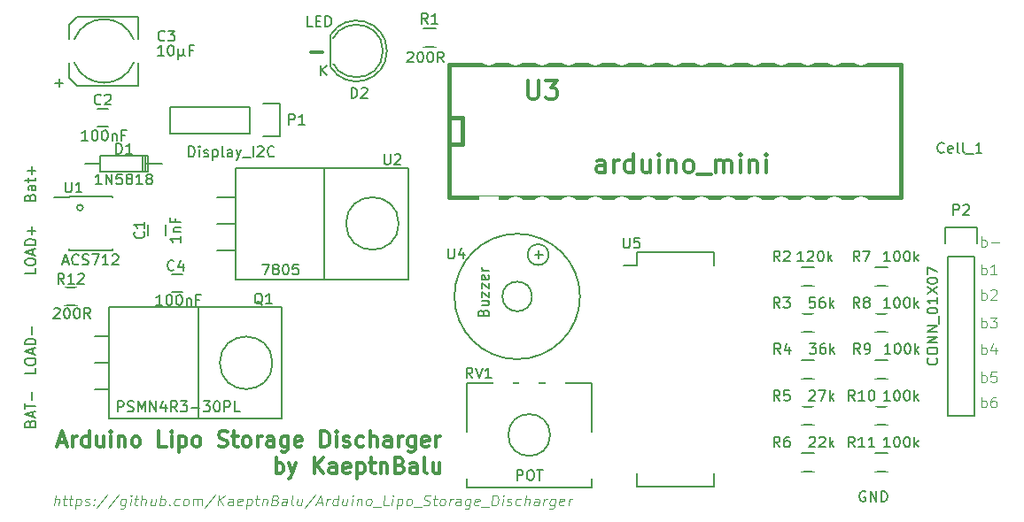
<source format=gbr>
G04 #@! TF.FileFunction,Legend,Top*
%FSLAX46Y46*%
G04 Gerber Fmt 4.6, Leading zero omitted, Abs format (unit mm)*
G04 Created by KiCad (PCBNEW 4.0.4-stable) date 11/17/16 13:04:47*
%MOMM*%
%LPD*%
G01*
G04 APERTURE LIST*
%ADD10C,0.100000*%
%ADD11C,0.200000*%
%ADD12C,0.300000*%
%ADD13C,0.150000*%
%ADD14C,0.381000*%
%ADD15C,0.304800*%
%ADD16C,3.600000*%
%ADD17R,1.650000X1.900000*%
%ADD18R,1.900000X1.650000*%
%ADD19R,3.900000X2.000000*%
%ADD20C,2.099260*%
%ADD21R,2.099260X2.099260*%
%ADD22R,2.300000X2.400000*%
%ADD23C,2.300000*%
%ADD24R,2.127200X2.432000*%
%ADD25O,2.127200X2.432000*%
%ADD26R,2.432000X2.127200*%
%ADD27O,2.432000X2.127200*%
%ADD28O,3.900120X2.099260*%
%ADD29C,4.199840*%
%ADD30R,1.900000X1.700000*%
%ADD31O,1.924000X2.400000*%
%ADD32R,4.400000X4.400000*%
%ADD33R,1.950000X1.000000*%
%ADD34O,2.899360X1.901140*%
%ADD35R,1.974800X2.686000*%
%ADD36O,1.974800X2.686000*%
%ADD37O,2.700000X2.000000*%
%ADD38C,1.924000*%
%ADD39R,3.400000X3.400000*%
%ADD40C,1.900000*%
G04 APERTURE END LIST*
D10*
X97226524Y10342619D02*
X97226524Y11342619D01*
X97226524Y10961667D02*
X97321762Y11009286D01*
X97512239Y11009286D01*
X97607477Y10961667D01*
X97655096Y10914048D01*
X97702715Y10818810D01*
X97702715Y10533095D01*
X97655096Y10437857D01*
X97607477Y10390238D01*
X97512239Y10342619D01*
X97321762Y10342619D01*
X97226524Y10390238D01*
X98559858Y11342619D02*
X98369381Y11342619D01*
X98274143Y11295000D01*
X98226524Y11247381D01*
X98131286Y11104524D01*
X98083667Y10914048D01*
X98083667Y10533095D01*
X98131286Y10437857D01*
X98178905Y10390238D01*
X98274143Y10342619D01*
X98464620Y10342619D01*
X98559858Y10390238D01*
X98607477Y10437857D01*
X98655096Y10533095D01*
X98655096Y10771190D01*
X98607477Y10866429D01*
X98559858Y10914048D01*
X98464620Y10961667D01*
X98274143Y10961667D01*
X98178905Y10914048D01*
X98131286Y10866429D01*
X98083667Y10771190D01*
X97226524Y12755619D02*
X97226524Y13755619D01*
X97226524Y13374667D02*
X97321762Y13422286D01*
X97512239Y13422286D01*
X97607477Y13374667D01*
X97655096Y13327048D01*
X97702715Y13231810D01*
X97702715Y12946095D01*
X97655096Y12850857D01*
X97607477Y12803238D01*
X97512239Y12755619D01*
X97321762Y12755619D01*
X97226524Y12803238D01*
X98607477Y13755619D02*
X98131286Y13755619D01*
X98083667Y13279429D01*
X98131286Y13327048D01*
X98226524Y13374667D01*
X98464620Y13374667D01*
X98559858Y13327048D01*
X98607477Y13279429D01*
X98655096Y13184190D01*
X98655096Y12946095D01*
X98607477Y12850857D01*
X98559858Y12803238D01*
X98464620Y12755619D01*
X98226524Y12755619D01*
X98131286Y12803238D01*
X98083667Y12850857D01*
X97226524Y15422619D02*
X97226524Y16422619D01*
X97226524Y16041667D02*
X97321762Y16089286D01*
X97512239Y16089286D01*
X97607477Y16041667D01*
X97655096Y15994048D01*
X97702715Y15898810D01*
X97702715Y15613095D01*
X97655096Y15517857D01*
X97607477Y15470238D01*
X97512239Y15422619D01*
X97321762Y15422619D01*
X97226524Y15470238D01*
X98559858Y16089286D02*
X98559858Y15422619D01*
X98321762Y16470238D02*
X98083667Y15755952D01*
X98702715Y15755952D01*
X97226524Y17962619D02*
X97226524Y18962619D01*
X97226524Y18581667D02*
X97321762Y18629286D01*
X97512239Y18629286D01*
X97607477Y18581667D01*
X97655096Y18534048D01*
X97702715Y18438810D01*
X97702715Y18153095D01*
X97655096Y18057857D01*
X97607477Y18010238D01*
X97512239Y17962619D01*
X97321762Y17962619D01*
X97226524Y18010238D01*
X98036048Y18962619D02*
X98655096Y18962619D01*
X98321762Y18581667D01*
X98464620Y18581667D01*
X98559858Y18534048D01*
X98607477Y18486429D01*
X98655096Y18391190D01*
X98655096Y18153095D01*
X98607477Y18057857D01*
X98559858Y18010238D01*
X98464620Y17962619D01*
X98178905Y17962619D01*
X98083667Y18010238D01*
X98036048Y18057857D01*
X97226524Y20629619D02*
X97226524Y21629619D01*
X97226524Y21248667D02*
X97321762Y21296286D01*
X97512239Y21296286D01*
X97607477Y21248667D01*
X97655096Y21201048D01*
X97702715Y21105810D01*
X97702715Y20820095D01*
X97655096Y20724857D01*
X97607477Y20677238D01*
X97512239Y20629619D01*
X97321762Y20629619D01*
X97226524Y20677238D01*
X98083667Y21534381D02*
X98131286Y21582000D01*
X98226524Y21629619D01*
X98464620Y21629619D01*
X98559858Y21582000D01*
X98607477Y21534381D01*
X98655096Y21439143D01*
X98655096Y21343905D01*
X98607477Y21201048D01*
X98036048Y20629619D01*
X98655096Y20629619D01*
X97226524Y23042619D02*
X97226524Y24042619D01*
X97226524Y23661667D02*
X97321762Y23709286D01*
X97512239Y23709286D01*
X97607477Y23661667D01*
X97655096Y23614048D01*
X97702715Y23518810D01*
X97702715Y23233095D01*
X97655096Y23137857D01*
X97607477Y23090238D01*
X97512239Y23042619D01*
X97321762Y23042619D01*
X97226524Y23090238D01*
X98655096Y23042619D02*
X98083667Y23042619D01*
X98369381Y23042619D02*
X98369381Y24042619D01*
X98274143Y23899762D01*
X98178905Y23804524D01*
X98083667Y23756905D01*
X97210667Y25709619D02*
X97210667Y26709619D01*
X97210667Y26328667D02*
X97305905Y26376286D01*
X97496382Y26376286D01*
X97591620Y26328667D01*
X97639239Y26281048D01*
X97686858Y26185810D01*
X97686858Y25900095D01*
X97639239Y25804857D01*
X97591620Y25757238D01*
X97496382Y25709619D01*
X97305905Y25709619D01*
X97210667Y25757238D01*
X98115429Y26090571D02*
X98877334Y26090571D01*
D11*
X11332981Y29464000D02*
G75*
G03X11332981Y29464000I-283981J0D01*
G01*
D12*
X33083572Y44342857D02*
X34226429Y44342857D01*
D10*
X8574592Y944619D02*
X8699592Y1944619D01*
X9003164Y944619D02*
X9068641Y1468429D01*
X9032926Y1563667D01*
X8943641Y1611286D01*
X8800783Y1611286D01*
X8699592Y1563667D01*
X8646021Y1516048D01*
X9419831Y1611286D02*
X9800783Y1611286D01*
X9604354Y1944619D02*
X9497212Y1087476D01*
X9532926Y992238D01*
X9622211Y944619D01*
X9717449Y944619D01*
X9991260Y1611286D02*
X10372212Y1611286D01*
X10175783Y1944619D02*
X10068641Y1087476D01*
X10104355Y992238D01*
X10193640Y944619D01*
X10288878Y944619D01*
X10705546Y1611286D02*
X10580546Y611286D01*
X10699593Y1563667D02*
X10800784Y1611286D01*
X10991261Y1611286D01*
X11080546Y1563667D01*
X11122213Y1516048D01*
X11157927Y1420810D01*
X11122213Y1135095D01*
X11062689Y1039857D01*
X11009118Y992238D01*
X10907927Y944619D01*
X10717450Y944619D01*
X10628165Y992238D01*
X11485308Y992238D02*
X11574593Y944619D01*
X11765069Y944619D01*
X11866261Y992238D01*
X11925785Y1087476D01*
X11931737Y1135095D01*
X11896023Y1230333D01*
X11806736Y1277952D01*
X11663879Y1277952D01*
X11574593Y1325571D01*
X11538879Y1420810D01*
X11544832Y1468429D01*
X11604355Y1563667D01*
X11705546Y1611286D01*
X11848403Y1611286D01*
X11937689Y1563667D01*
X12348403Y1039857D02*
X12390070Y992238D01*
X12336498Y944619D01*
X12294832Y992238D01*
X12348403Y1039857D01*
X12336498Y944619D01*
X12413879Y1563667D02*
X12455546Y1516048D01*
X12401975Y1468429D01*
X12360308Y1516048D01*
X12413879Y1563667D01*
X12401975Y1468429D01*
X13657927Y1992238D02*
X12640069Y706524D01*
X14705546Y1992238D02*
X13687688Y706524D01*
X15419832Y1611286D02*
X15318641Y801762D01*
X15259117Y706524D01*
X15205546Y658905D01*
X15104355Y611286D01*
X14961498Y611286D01*
X14872212Y658905D01*
X15342451Y992238D02*
X15241260Y944619D01*
X15050783Y944619D01*
X14961498Y992238D01*
X14919831Y1039857D01*
X14884117Y1135095D01*
X14919831Y1420810D01*
X14979355Y1516048D01*
X15032926Y1563667D01*
X15134117Y1611286D01*
X15324594Y1611286D01*
X15413879Y1563667D01*
X15812688Y944619D02*
X15896022Y1611286D01*
X15937688Y1944619D02*
X15884117Y1897000D01*
X15925784Y1849381D01*
X15979355Y1897000D01*
X15937688Y1944619D01*
X15925784Y1849381D01*
X16229355Y1611286D02*
X16610307Y1611286D01*
X16413878Y1944619D02*
X16306736Y1087476D01*
X16342450Y992238D01*
X16431735Y944619D01*
X16526973Y944619D01*
X16860307Y944619D02*
X16985307Y1944619D01*
X17288879Y944619D02*
X17354356Y1468429D01*
X17318641Y1563667D01*
X17229356Y1611286D01*
X17086498Y1611286D01*
X16985307Y1563667D01*
X16931736Y1516048D01*
X18276975Y1611286D02*
X18193641Y944619D01*
X17848403Y1611286D02*
X17782927Y1087476D01*
X17818641Y992238D01*
X17907926Y944619D01*
X18050784Y944619D01*
X18151975Y992238D01*
X18205546Y1039857D01*
X18669831Y944619D02*
X18794831Y1944619D01*
X18747212Y1563667D02*
X18848403Y1611286D01*
X19038880Y1611286D01*
X19128165Y1563667D01*
X19169832Y1516048D01*
X19205546Y1420810D01*
X19169832Y1135095D01*
X19110308Y1039857D01*
X19056737Y992238D01*
X18955546Y944619D01*
X18765069Y944619D01*
X18675784Y992238D01*
X19586498Y1039857D02*
X19628165Y992238D01*
X19574593Y944619D01*
X19532927Y992238D01*
X19586498Y1039857D01*
X19574593Y944619D01*
X20485308Y992238D02*
X20384117Y944619D01*
X20193640Y944619D01*
X20104355Y992238D01*
X20062688Y1039857D01*
X20026974Y1135095D01*
X20062688Y1420810D01*
X20122212Y1516048D01*
X20175783Y1563667D01*
X20276974Y1611286D01*
X20467451Y1611286D01*
X20556736Y1563667D01*
X21050783Y944619D02*
X20961498Y992238D01*
X20919831Y1039857D01*
X20884117Y1135095D01*
X20919831Y1420810D01*
X20979355Y1516048D01*
X21032926Y1563667D01*
X21134117Y1611286D01*
X21276975Y1611286D01*
X21366260Y1563667D01*
X21407927Y1516048D01*
X21443641Y1420810D01*
X21407927Y1135095D01*
X21348403Y1039857D01*
X21294832Y992238D01*
X21193641Y944619D01*
X21050783Y944619D01*
X21812688Y944619D02*
X21896022Y1611286D01*
X21884117Y1516048D02*
X21937688Y1563667D01*
X22038879Y1611286D01*
X22181737Y1611286D01*
X22271022Y1563667D01*
X22306737Y1468429D01*
X22241260Y944619D01*
X22306737Y1468429D02*
X22366260Y1563667D01*
X22467451Y1611286D01*
X22610308Y1611286D01*
X22699593Y1563667D01*
X22735308Y1468429D01*
X22669831Y944619D01*
X23991260Y1992238D02*
X22973402Y706524D01*
X24193640Y944619D02*
X24318640Y1944619D01*
X24765069Y944619D02*
X24407926Y1516048D01*
X24890069Y1944619D02*
X24247212Y1373190D01*
X25622212Y944619D02*
X25687689Y1468429D01*
X25651974Y1563667D01*
X25562689Y1611286D01*
X25372212Y1611286D01*
X25271021Y1563667D01*
X25628165Y992238D02*
X25526974Y944619D01*
X25288878Y944619D01*
X25199593Y992238D01*
X25163879Y1087476D01*
X25175783Y1182714D01*
X25235307Y1277952D01*
X25336497Y1325571D01*
X25574593Y1325571D01*
X25675784Y1373190D01*
X26485308Y992238D02*
X26384117Y944619D01*
X26193640Y944619D01*
X26104355Y992238D01*
X26068641Y1087476D01*
X26116260Y1468429D01*
X26175783Y1563667D01*
X26276974Y1611286D01*
X26467451Y1611286D01*
X26556736Y1563667D01*
X26592451Y1468429D01*
X26580546Y1373190D01*
X26092450Y1277952D01*
X27038879Y1611286D02*
X26913879Y611286D01*
X27032926Y1563667D02*
X27134117Y1611286D01*
X27324594Y1611286D01*
X27413879Y1563667D01*
X27455546Y1516048D01*
X27491260Y1420810D01*
X27455546Y1135095D01*
X27396022Y1039857D01*
X27342451Y992238D01*
X27241260Y944619D01*
X27050783Y944619D01*
X26961498Y992238D01*
X27800784Y1611286D02*
X28181736Y1611286D01*
X27985307Y1944619D02*
X27878165Y1087476D01*
X27913879Y992238D01*
X28003164Y944619D01*
X28098402Y944619D01*
X28515070Y1611286D02*
X28431736Y944619D01*
X28503165Y1516048D02*
X28556736Y1563667D01*
X28657927Y1611286D01*
X28800785Y1611286D01*
X28890070Y1563667D01*
X28925785Y1468429D01*
X28860308Y944619D01*
X29735309Y1468429D02*
X29872213Y1420810D01*
X29913880Y1373190D01*
X29949594Y1277952D01*
X29931737Y1135095D01*
X29872213Y1039857D01*
X29818642Y992238D01*
X29717451Y944619D01*
X29336498Y944619D01*
X29461498Y1944619D01*
X29794832Y1944619D01*
X29884118Y1897000D01*
X29925785Y1849381D01*
X29961499Y1754143D01*
X29949594Y1658905D01*
X29890070Y1563667D01*
X29836499Y1516048D01*
X29735309Y1468429D01*
X29401975Y1468429D01*
X30765070Y944619D02*
X30830547Y1468429D01*
X30794832Y1563667D01*
X30705547Y1611286D01*
X30515070Y1611286D01*
X30413879Y1563667D01*
X30771023Y992238D02*
X30669832Y944619D01*
X30431736Y944619D01*
X30342451Y992238D01*
X30306737Y1087476D01*
X30318641Y1182714D01*
X30378165Y1277952D01*
X30479355Y1325571D01*
X30717451Y1325571D01*
X30818642Y1373190D01*
X31384117Y944619D02*
X31294832Y992238D01*
X31259118Y1087476D01*
X31366260Y1944619D01*
X32276976Y1611286D02*
X32193642Y944619D01*
X31848404Y1611286D02*
X31782928Y1087476D01*
X31818642Y992238D01*
X31907927Y944619D01*
X32050785Y944619D01*
X32151976Y992238D01*
X32205547Y1039857D01*
X33515071Y1992238D02*
X32497213Y706524D01*
X33705547Y1230333D02*
X34181738Y1230333D01*
X33574594Y944619D02*
X34032927Y1944619D01*
X34241261Y944619D01*
X34574594Y944619D02*
X34657928Y1611286D01*
X34634118Y1420810D02*
X34693642Y1516048D01*
X34747213Y1563667D01*
X34848404Y1611286D01*
X34943643Y1611286D01*
X35622214Y944619D02*
X35747214Y1944619D01*
X35628167Y992238D02*
X35526976Y944619D01*
X35336499Y944619D01*
X35247214Y992238D01*
X35205547Y1039857D01*
X35169833Y1135095D01*
X35205547Y1420810D01*
X35265071Y1516048D01*
X35318642Y1563667D01*
X35419833Y1611286D01*
X35610310Y1611286D01*
X35699595Y1563667D01*
X36610310Y1611286D02*
X36526976Y944619D01*
X36181738Y1611286D02*
X36116262Y1087476D01*
X36151976Y992238D01*
X36241261Y944619D01*
X36384119Y944619D01*
X36485310Y992238D01*
X36538881Y1039857D01*
X37003166Y944619D02*
X37086500Y1611286D01*
X37128166Y1944619D02*
X37074595Y1897000D01*
X37116262Y1849381D01*
X37169833Y1897000D01*
X37128166Y1944619D01*
X37116262Y1849381D01*
X37562690Y1611286D02*
X37479356Y944619D01*
X37550785Y1516048D02*
X37604356Y1563667D01*
X37705547Y1611286D01*
X37848405Y1611286D01*
X37937690Y1563667D01*
X37973405Y1468429D01*
X37907928Y944619D01*
X38526975Y944619D02*
X38437690Y992238D01*
X38396023Y1039857D01*
X38360309Y1135095D01*
X38396023Y1420810D01*
X38455547Y1516048D01*
X38509118Y1563667D01*
X38610309Y1611286D01*
X38753167Y1611286D01*
X38842452Y1563667D01*
X38884119Y1516048D01*
X38919833Y1420810D01*
X38884119Y1135095D01*
X38824595Y1039857D01*
X38771024Y992238D01*
X38669833Y944619D01*
X38526975Y944619D01*
X39038881Y849381D02*
X39800786Y849381D01*
X40526976Y944619D02*
X40050785Y944619D01*
X40175785Y1944619D01*
X40860309Y944619D02*
X40943643Y1611286D01*
X40985309Y1944619D02*
X40931738Y1897000D01*
X40973405Y1849381D01*
X41026976Y1897000D01*
X40985309Y1944619D01*
X40973405Y1849381D01*
X41419833Y1611286D02*
X41294833Y611286D01*
X41413880Y1563667D02*
X41515071Y1611286D01*
X41705548Y1611286D01*
X41794833Y1563667D01*
X41836500Y1516048D01*
X41872214Y1420810D01*
X41836500Y1135095D01*
X41776976Y1039857D01*
X41723405Y992238D01*
X41622214Y944619D01*
X41431737Y944619D01*
X41342452Y992238D01*
X42384118Y944619D02*
X42294833Y992238D01*
X42253166Y1039857D01*
X42217452Y1135095D01*
X42253166Y1420810D01*
X42312690Y1516048D01*
X42366261Y1563667D01*
X42467452Y1611286D01*
X42610310Y1611286D01*
X42699595Y1563667D01*
X42741262Y1516048D01*
X42776976Y1420810D01*
X42741262Y1135095D01*
X42681738Y1039857D01*
X42628167Y992238D01*
X42526976Y944619D01*
X42384118Y944619D01*
X42896024Y849381D02*
X43657929Y849381D01*
X43866262Y992238D02*
X44003166Y944619D01*
X44241262Y944619D01*
X44342453Y992238D01*
X44396024Y1039857D01*
X44455548Y1135095D01*
X44467453Y1230333D01*
X44431738Y1325571D01*
X44390072Y1373190D01*
X44300786Y1420810D01*
X44116262Y1468429D01*
X44026976Y1516048D01*
X43985309Y1563667D01*
X43949595Y1658905D01*
X43961500Y1754143D01*
X44021024Y1849381D01*
X44074595Y1897000D01*
X44175785Y1944619D01*
X44413881Y1944619D01*
X44550786Y1897000D01*
X44800786Y1611286D02*
X45181738Y1611286D01*
X44985309Y1944619D02*
X44878167Y1087476D01*
X44913881Y992238D01*
X45003166Y944619D01*
X45098404Y944619D01*
X45574595Y944619D02*
X45485310Y992238D01*
X45443643Y1039857D01*
X45407929Y1135095D01*
X45443643Y1420810D01*
X45503167Y1516048D01*
X45556738Y1563667D01*
X45657929Y1611286D01*
X45800787Y1611286D01*
X45890072Y1563667D01*
X45931739Y1516048D01*
X45967453Y1420810D01*
X45931739Y1135095D01*
X45872215Y1039857D01*
X45818644Y992238D01*
X45717453Y944619D01*
X45574595Y944619D01*
X46336500Y944619D02*
X46419834Y1611286D01*
X46396024Y1420810D02*
X46455548Y1516048D01*
X46509119Y1563667D01*
X46610310Y1611286D01*
X46705549Y1611286D01*
X47384120Y944619D02*
X47449597Y1468429D01*
X47413882Y1563667D01*
X47324597Y1611286D01*
X47134120Y1611286D01*
X47032929Y1563667D01*
X47390073Y992238D02*
X47288882Y944619D01*
X47050786Y944619D01*
X46961501Y992238D01*
X46925787Y1087476D01*
X46937691Y1182714D01*
X46997215Y1277952D01*
X47098405Y1325571D01*
X47336501Y1325571D01*
X47437692Y1373190D01*
X48372216Y1611286D02*
X48271025Y801762D01*
X48211501Y706524D01*
X48157930Y658905D01*
X48056739Y611286D01*
X47913882Y611286D01*
X47824596Y658905D01*
X48294835Y992238D02*
X48193644Y944619D01*
X48003167Y944619D01*
X47913882Y992238D01*
X47872215Y1039857D01*
X47836501Y1135095D01*
X47872215Y1420810D01*
X47931739Y1516048D01*
X47985310Y1563667D01*
X48086501Y1611286D01*
X48276978Y1611286D01*
X48366263Y1563667D01*
X49151978Y992238D02*
X49050787Y944619D01*
X48860310Y944619D01*
X48771025Y992238D01*
X48735311Y1087476D01*
X48782930Y1468429D01*
X48842453Y1563667D01*
X48943644Y1611286D01*
X49134121Y1611286D01*
X49223406Y1563667D01*
X49259121Y1468429D01*
X49247216Y1373190D01*
X48759120Y1277952D01*
X49372216Y849381D02*
X50134121Y849381D01*
X50384120Y944619D02*
X50509120Y1944619D01*
X50747215Y1944619D01*
X50884121Y1897000D01*
X50967454Y1801762D01*
X51003169Y1706524D01*
X51026978Y1516048D01*
X51009121Y1373190D01*
X50937692Y1182714D01*
X50878169Y1087476D01*
X50771026Y992238D01*
X50622215Y944619D01*
X50384120Y944619D01*
X51384120Y944619D02*
X51467454Y1611286D01*
X51509120Y1944619D02*
X51455549Y1897000D01*
X51497216Y1849381D01*
X51550787Y1897000D01*
X51509120Y1944619D01*
X51497216Y1849381D01*
X51818644Y992238D02*
X51907929Y944619D01*
X52098405Y944619D01*
X52199597Y992238D01*
X52259121Y1087476D01*
X52265073Y1135095D01*
X52229359Y1230333D01*
X52140072Y1277952D01*
X51997215Y1277952D01*
X51907929Y1325571D01*
X51872215Y1420810D01*
X51878168Y1468429D01*
X51937691Y1563667D01*
X52038882Y1611286D01*
X52181739Y1611286D01*
X52271025Y1563667D01*
X53104359Y992238D02*
X53003168Y944619D01*
X52812691Y944619D01*
X52723406Y992238D01*
X52681739Y1039857D01*
X52646025Y1135095D01*
X52681739Y1420810D01*
X52741263Y1516048D01*
X52794834Y1563667D01*
X52896025Y1611286D01*
X53086502Y1611286D01*
X53175787Y1563667D01*
X53526977Y944619D02*
X53651977Y1944619D01*
X53955549Y944619D02*
X54021026Y1468429D01*
X53985311Y1563667D01*
X53896026Y1611286D01*
X53753168Y1611286D01*
X53651977Y1563667D01*
X53598406Y1516048D01*
X54860311Y944619D02*
X54925788Y1468429D01*
X54890073Y1563667D01*
X54800788Y1611286D01*
X54610311Y1611286D01*
X54509120Y1563667D01*
X54866264Y992238D02*
X54765073Y944619D01*
X54526977Y944619D01*
X54437692Y992238D01*
X54401978Y1087476D01*
X54413882Y1182714D01*
X54473406Y1277952D01*
X54574596Y1325571D01*
X54812692Y1325571D01*
X54913883Y1373190D01*
X55336501Y944619D02*
X55419835Y1611286D01*
X55396025Y1420810D02*
X55455549Y1516048D01*
X55509120Y1563667D01*
X55610311Y1611286D01*
X55705550Y1611286D01*
X56467455Y1611286D02*
X56366264Y801762D01*
X56306740Y706524D01*
X56253169Y658905D01*
X56151978Y611286D01*
X56009121Y611286D01*
X55919835Y658905D01*
X56390074Y992238D02*
X56288883Y944619D01*
X56098406Y944619D01*
X56009121Y992238D01*
X55967454Y1039857D01*
X55931740Y1135095D01*
X55967454Y1420810D01*
X56026978Y1516048D01*
X56080549Y1563667D01*
X56181740Y1611286D01*
X56372217Y1611286D01*
X56461502Y1563667D01*
X57247217Y992238D02*
X57146026Y944619D01*
X56955549Y944619D01*
X56866264Y992238D01*
X56830550Y1087476D01*
X56878169Y1468429D01*
X56937692Y1563667D01*
X57038883Y1611286D01*
X57229360Y1611286D01*
X57318645Y1563667D01*
X57354360Y1468429D01*
X57342455Y1373190D01*
X56854359Y1277952D01*
X57717454Y944619D02*
X57800788Y1611286D01*
X57776978Y1420810D02*
X57836502Y1516048D01*
X57890073Y1563667D01*
X57991264Y1611286D01*
X58086503Y1611286D01*
D12*
X29770572Y4020429D02*
X29770572Y5520429D01*
X29770572Y4949000D02*
X29913429Y5020429D01*
X30199143Y5020429D01*
X30342000Y4949000D01*
X30413429Y4877571D01*
X30484858Y4734714D01*
X30484858Y4306143D01*
X30413429Y4163286D01*
X30342000Y4091857D01*
X30199143Y4020429D01*
X29913429Y4020429D01*
X29770572Y4091857D01*
X30984858Y5020429D02*
X31342001Y4020429D01*
X31699143Y5020429D02*
X31342001Y4020429D01*
X31199143Y3663286D01*
X31127715Y3591857D01*
X30984858Y3520429D01*
X33413429Y4020429D02*
X33413429Y5520429D01*
X34270572Y4020429D02*
X33627715Y4877571D01*
X34270572Y5520429D02*
X33413429Y4663286D01*
X35556286Y4020429D02*
X35556286Y4806143D01*
X35484857Y4949000D01*
X35342000Y5020429D01*
X35056286Y5020429D01*
X34913429Y4949000D01*
X35556286Y4091857D02*
X35413429Y4020429D01*
X35056286Y4020429D01*
X34913429Y4091857D01*
X34842000Y4234714D01*
X34842000Y4377571D01*
X34913429Y4520429D01*
X35056286Y4591857D01*
X35413429Y4591857D01*
X35556286Y4663286D01*
X36842000Y4091857D02*
X36699143Y4020429D01*
X36413429Y4020429D01*
X36270572Y4091857D01*
X36199143Y4234714D01*
X36199143Y4806143D01*
X36270572Y4949000D01*
X36413429Y5020429D01*
X36699143Y5020429D01*
X36842000Y4949000D01*
X36913429Y4806143D01*
X36913429Y4663286D01*
X36199143Y4520429D01*
X37556286Y5020429D02*
X37556286Y3520429D01*
X37556286Y4949000D02*
X37699143Y5020429D01*
X37984857Y5020429D01*
X38127714Y4949000D01*
X38199143Y4877571D01*
X38270572Y4734714D01*
X38270572Y4306143D01*
X38199143Y4163286D01*
X38127714Y4091857D01*
X37984857Y4020429D01*
X37699143Y4020429D01*
X37556286Y4091857D01*
X38699143Y5020429D02*
X39270572Y5020429D01*
X38913429Y5520429D02*
X38913429Y4234714D01*
X38984857Y4091857D01*
X39127715Y4020429D01*
X39270572Y4020429D01*
X39770572Y5020429D02*
X39770572Y4020429D01*
X39770572Y4877571D02*
X39842000Y4949000D01*
X39984858Y5020429D01*
X40199143Y5020429D01*
X40342000Y4949000D01*
X40413429Y4806143D01*
X40413429Y4020429D01*
X41627715Y4806143D02*
X41842001Y4734714D01*
X41913429Y4663286D01*
X41984858Y4520429D01*
X41984858Y4306143D01*
X41913429Y4163286D01*
X41842001Y4091857D01*
X41699143Y4020429D01*
X41127715Y4020429D01*
X41127715Y5520429D01*
X41627715Y5520429D01*
X41770572Y5449000D01*
X41842001Y5377571D01*
X41913429Y5234714D01*
X41913429Y5091857D01*
X41842001Y4949000D01*
X41770572Y4877571D01*
X41627715Y4806143D01*
X41127715Y4806143D01*
X43270572Y4020429D02*
X43270572Y4806143D01*
X43199143Y4949000D01*
X43056286Y5020429D01*
X42770572Y5020429D01*
X42627715Y4949000D01*
X43270572Y4091857D02*
X43127715Y4020429D01*
X42770572Y4020429D01*
X42627715Y4091857D01*
X42556286Y4234714D01*
X42556286Y4377571D01*
X42627715Y4520429D01*
X42770572Y4591857D01*
X43127715Y4591857D01*
X43270572Y4663286D01*
X44199144Y4020429D02*
X44056286Y4091857D01*
X43984858Y4234714D01*
X43984858Y5520429D01*
X45413429Y5020429D02*
X45413429Y4020429D01*
X44770572Y5020429D02*
X44770572Y4234714D01*
X44842000Y4091857D01*
X44984858Y4020429D01*
X45199143Y4020429D01*
X45342000Y4091857D01*
X45413429Y4163286D01*
X8999429Y6989000D02*
X9713715Y6989000D01*
X8856572Y6560429D02*
X9356572Y8060429D01*
X9856572Y6560429D01*
X10356572Y6560429D02*
X10356572Y7560429D01*
X10356572Y7274714D02*
X10428000Y7417571D01*
X10499429Y7489000D01*
X10642286Y7560429D01*
X10785143Y7560429D01*
X11928000Y6560429D02*
X11928000Y8060429D01*
X11928000Y6631857D02*
X11785143Y6560429D01*
X11499429Y6560429D01*
X11356571Y6631857D01*
X11285143Y6703286D01*
X11213714Y6846143D01*
X11213714Y7274714D01*
X11285143Y7417571D01*
X11356571Y7489000D01*
X11499429Y7560429D01*
X11785143Y7560429D01*
X11928000Y7489000D01*
X13285143Y7560429D02*
X13285143Y6560429D01*
X12642286Y7560429D02*
X12642286Y6774714D01*
X12713714Y6631857D01*
X12856572Y6560429D01*
X13070857Y6560429D01*
X13213714Y6631857D01*
X13285143Y6703286D01*
X13999429Y6560429D02*
X13999429Y7560429D01*
X13999429Y8060429D02*
X13928000Y7989000D01*
X13999429Y7917571D01*
X14070857Y7989000D01*
X13999429Y8060429D01*
X13999429Y7917571D01*
X14713715Y7560429D02*
X14713715Y6560429D01*
X14713715Y7417571D02*
X14785143Y7489000D01*
X14928001Y7560429D01*
X15142286Y7560429D01*
X15285143Y7489000D01*
X15356572Y7346143D01*
X15356572Y6560429D01*
X16285144Y6560429D02*
X16142286Y6631857D01*
X16070858Y6703286D01*
X15999429Y6846143D01*
X15999429Y7274714D01*
X16070858Y7417571D01*
X16142286Y7489000D01*
X16285144Y7560429D01*
X16499429Y7560429D01*
X16642286Y7489000D01*
X16713715Y7417571D01*
X16785144Y7274714D01*
X16785144Y6846143D01*
X16713715Y6703286D01*
X16642286Y6631857D01*
X16499429Y6560429D01*
X16285144Y6560429D01*
X19285144Y6560429D02*
X18570858Y6560429D01*
X18570858Y8060429D01*
X19785144Y6560429D02*
X19785144Y7560429D01*
X19785144Y8060429D02*
X19713715Y7989000D01*
X19785144Y7917571D01*
X19856572Y7989000D01*
X19785144Y8060429D01*
X19785144Y7917571D01*
X20499430Y7560429D02*
X20499430Y6060429D01*
X20499430Y7489000D02*
X20642287Y7560429D01*
X20928001Y7560429D01*
X21070858Y7489000D01*
X21142287Y7417571D01*
X21213716Y7274714D01*
X21213716Y6846143D01*
X21142287Y6703286D01*
X21070858Y6631857D01*
X20928001Y6560429D01*
X20642287Y6560429D01*
X20499430Y6631857D01*
X22070859Y6560429D02*
X21928001Y6631857D01*
X21856573Y6703286D01*
X21785144Y6846143D01*
X21785144Y7274714D01*
X21856573Y7417571D01*
X21928001Y7489000D01*
X22070859Y7560429D01*
X22285144Y7560429D01*
X22428001Y7489000D01*
X22499430Y7417571D01*
X22570859Y7274714D01*
X22570859Y6846143D01*
X22499430Y6703286D01*
X22428001Y6631857D01*
X22285144Y6560429D01*
X22070859Y6560429D01*
X24285144Y6631857D02*
X24499430Y6560429D01*
X24856573Y6560429D01*
X24999430Y6631857D01*
X25070859Y6703286D01*
X25142287Y6846143D01*
X25142287Y6989000D01*
X25070859Y7131857D01*
X24999430Y7203286D01*
X24856573Y7274714D01*
X24570859Y7346143D01*
X24428001Y7417571D01*
X24356573Y7489000D01*
X24285144Y7631857D01*
X24285144Y7774714D01*
X24356573Y7917571D01*
X24428001Y7989000D01*
X24570859Y8060429D01*
X24928001Y8060429D01*
X25142287Y7989000D01*
X25570858Y7560429D02*
X26142287Y7560429D01*
X25785144Y8060429D02*
X25785144Y6774714D01*
X25856572Y6631857D01*
X25999430Y6560429D01*
X26142287Y6560429D01*
X26856573Y6560429D02*
X26713715Y6631857D01*
X26642287Y6703286D01*
X26570858Y6846143D01*
X26570858Y7274714D01*
X26642287Y7417571D01*
X26713715Y7489000D01*
X26856573Y7560429D01*
X27070858Y7560429D01*
X27213715Y7489000D01*
X27285144Y7417571D01*
X27356573Y7274714D01*
X27356573Y6846143D01*
X27285144Y6703286D01*
X27213715Y6631857D01*
X27070858Y6560429D01*
X26856573Y6560429D01*
X27999430Y6560429D02*
X27999430Y7560429D01*
X27999430Y7274714D02*
X28070858Y7417571D01*
X28142287Y7489000D01*
X28285144Y7560429D01*
X28428001Y7560429D01*
X29570858Y6560429D02*
X29570858Y7346143D01*
X29499429Y7489000D01*
X29356572Y7560429D01*
X29070858Y7560429D01*
X28928001Y7489000D01*
X29570858Y6631857D02*
X29428001Y6560429D01*
X29070858Y6560429D01*
X28928001Y6631857D01*
X28856572Y6774714D01*
X28856572Y6917571D01*
X28928001Y7060429D01*
X29070858Y7131857D01*
X29428001Y7131857D01*
X29570858Y7203286D01*
X30928001Y7560429D02*
X30928001Y6346143D01*
X30856572Y6203286D01*
X30785144Y6131857D01*
X30642287Y6060429D01*
X30428001Y6060429D01*
X30285144Y6131857D01*
X30928001Y6631857D02*
X30785144Y6560429D01*
X30499430Y6560429D01*
X30356572Y6631857D01*
X30285144Y6703286D01*
X30213715Y6846143D01*
X30213715Y7274714D01*
X30285144Y7417571D01*
X30356572Y7489000D01*
X30499430Y7560429D01*
X30785144Y7560429D01*
X30928001Y7489000D01*
X32213715Y6631857D02*
X32070858Y6560429D01*
X31785144Y6560429D01*
X31642287Y6631857D01*
X31570858Y6774714D01*
X31570858Y7346143D01*
X31642287Y7489000D01*
X31785144Y7560429D01*
X32070858Y7560429D01*
X32213715Y7489000D01*
X32285144Y7346143D01*
X32285144Y7203286D01*
X31570858Y7060429D01*
X34070858Y6560429D02*
X34070858Y8060429D01*
X34428001Y8060429D01*
X34642286Y7989000D01*
X34785144Y7846143D01*
X34856572Y7703286D01*
X34928001Y7417571D01*
X34928001Y7203286D01*
X34856572Y6917571D01*
X34785144Y6774714D01*
X34642286Y6631857D01*
X34428001Y6560429D01*
X34070858Y6560429D01*
X35570858Y6560429D02*
X35570858Y7560429D01*
X35570858Y8060429D02*
X35499429Y7989000D01*
X35570858Y7917571D01*
X35642286Y7989000D01*
X35570858Y8060429D01*
X35570858Y7917571D01*
X36213715Y6631857D02*
X36356572Y6560429D01*
X36642287Y6560429D01*
X36785144Y6631857D01*
X36856572Y6774714D01*
X36856572Y6846143D01*
X36785144Y6989000D01*
X36642287Y7060429D01*
X36428001Y7060429D01*
X36285144Y7131857D01*
X36213715Y7274714D01*
X36213715Y7346143D01*
X36285144Y7489000D01*
X36428001Y7560429D01*
X36642287Y7560429D01*
X36785144Y7489000D01*
X38142287Y6631857D02*
X37999430Y6560429D01*
X37713716Y6560429D01*
X37570858Y6631857D01*
X37499430Y6703286D01*
X37428001Y6846143D01*
X37428001Y7274714D01*
X37499430Y7417571D01*
X37570858Y7489000D01*
X37713716Y7560429D01*
X37999430Y7560429D01*
X38142287Y7489000D01*
X38785144Y6560429D02*
X38785144Y8060429D01*
X39428001Y6560429D02*
X39428001Y7346143D01*
X39356572Y7489000D01*
X39213715Y7560429D01*
X38999430Y7560429D01*
X38856572Y7489000D01*
X38785144Y7417571D01*
X40785144Y6560429D02*
X40785144Y7346143D01*
X40713715Y7489000D01*
X40570858Y7560429D01*
X40285144Y7560429D01*
X40142287Y7489000D01*
X40785144Y6631857D02*
X40642287Y6560429D01*
X40285144Y6560429D01*
X40142287Y6631857D01*
X40070858Y6774714D01*
X40070858Y6917571D01*
X40142287Y7060429D01*
X40285144Y7131857D01*
X40642287Y7131857D01*
X40785144Y7203286D01*
X41499430Y6560429D02*
X41499430Y7560429D01*
X41499430Y7274714D02*
X41570858Y7417571D01*
X41642287Y7489000D01*
X41785144Y7560429D01*
X41928001Y7560429D01*
X43070858Y7560429D02*
X43070858Y6346143D01*
X42999429Y6203286D01*
X42928001Y6131857D01*
X42785144Y6060429D01*
X42570858Y6060429D01*
X42428001Y6131857D01*
X43070858Y6631857D02*
X42928001Y6560429D01*
X42642287Y6560429D01*
X42499429Y6631857D01*
X42428001Y6703286D01*
X42356572Y6846143D01*
X42356572Y7274714D01*
X42428001Y7417571D01*
X42499429Y7489000D01*
X42642287Y7560429D01*
X42928001Y7560429D01*
X43070858Y7489000D01*
X44356572Y6631857D02*
X44213715Y6560429D01*
X43928001Y6560429D01*
X43785144Y6631857D01*
X43713715Y6774714D01*
X43713715Y7346143D01*
X43785144Y7489000D01*
X43928001Y7560429D01*
X44213715Y7560429D01*
X44356572Y7489000D01*
X44428001Y7346143D01*
X44428001Y7203286D01*
X43713715Y7060429D01*
X45070858Y6560429D02*
X45070858Y7560429D01*
X45070858Y7274714D02*
X45142286Y7417571D01*
X45213715Y7489000D01*
X45356572Y7560429D01*
X45499429Y7560429D01*
D13*
X17565000Y27805000D02*
X17565000Y26805000D01*
X19265000Y26805000D02*
X19265000Y27805000D01*
X13708000Y38950000D02*
X12708000Y38950000D01*
X12708000Y37250000D02*
X13708000Y37250000D01*
X10502114Y43334394D02*
G75*
G03X16167100Y43332400I2832886J1115606D01*
G01*
X16167100Y45567600D02*
G75*
G03X10502900Y45567600I-2832100J-1117600D01*
G01*
X16637000Y41148000D02*
X16637000Y43332400D01*
X16637000Y47752000D02*
X16637000Y45567600D01*
X10033000Y41910000D02*
X10033000Y43332400D01*
X10033000Y46990000D02*
X10033000Y45567600D01*
X16637000Y41148000D02*
X10795000Y41148000D01*
X10795000Y41148000D02*
X10033000Y41910000D01*
X10033000Y46990000D02*
X10795000Y47752000D01*
X10795000Y47752000D02*
X16637000Y47752000D01*
X19820000Y21375000D02*
X20820000Y21375000D01*
X20820000Y23075000D02*
X19820000Y23075000D01*
X12953480Y33652460D02*
X11556480Y33652460D01*
X17398480Y33652460D02*
X18922480Y33652460D01*
X17017480Y32890460D02*
X17017480Y34414460D01*
X17271480Y32890460D02*
X17271480Y34414460D01*
X17525480Y33652460D02*
X17525480Y34414460D01*
X17525480Y34414460D02*
X12953480Y34414460D01*
X12953480Y34414460D02*
X12953480Y32890460D01*
X12953480Y32890460D02*
X17525480Y32890460D01*
X17525480Y32890460D02*
X17525480Y33652460D01*
X34980112Y42925096D02*
G75*
G03X34965000Y45950000I2484888J1524904D01*
G01*
X34965000Y42950000D02*
X34965000Y45950000D01*
X39982936Y44450000D02*
G75*
G03X39982936Y44450000I-2517936J0D01*
G01*
X27305000Y36576000D02*
X19685000Y36576000D01*
X27305000Y39116000D02*
X19685000Y39116000D01*
X30125000Y39396000D02*
X28575000Y39396000D01*
X19685000Y36576000D02*
X19685000Y39116000D01*
X27305000Y39116000D02*
X27305000Y36576000D01*
X28575000Y36296000D02*
X30125000Y36296000D01*
X30125000Y36296000D02*
X30125000Y39396000D01*
X96520000Y24765000D02*
X96520000Y9525000D01*
X96520000Y9525000D02*
X93980000Y9525000D01*
X93980000Y9525000D02*
X93980000Y24765000D01*
X96800000Y27585000D02*
X96800000Y26035000D01*
X96520000Y24765000D02*
X93980000Y24765000D01*
X93700000Y26035000D02*
X93700000Y27585000D01*
X93700000Y27585000D02*
X96800000Y27585000D01*
X13843000Y17145000D02*
X12446000Y17145000D01*
X13843000Y14605000D02*
X12446000Y14605000D01*
X13843000Y12065000D02*
X12446000Y12065000D01*
X29438472Y14605000D02*
G75*
G03X29438472Y14605000I-2514472J0D01*
G01*
X22352000Y9271000D02*
X30353000Y9271000D01*
X30353000Y9271000D02*
X30353000Y19939000D01*
X30353000Y19939000D02*
X22352000Y19939000D01*
X13843000Y9271000D02*
X22352000Y9271000D01*
X22352000Y9271000D02*
X22352000Y19939000D01*
X22352000Y19939000D02*
X13843000Y19939000D01*
X13843000Y14605000D02*
X13843000Y19939000D01*
X13843000Y14605000D02*
X13843000Y9271000D01*
X45050000Y44845000D02*
X43850000Y44845000D01*
X43850000Y46595000D02*
X45050000Y46595000D01*
X80045000Y23735000D02*
X81245000Y23735000D01*
X81245000Y21985000D02*
X80045000Y21985000D01*
X80045000Y19290000D02*
X81245000Y19290000D01*
X81245000Y17540000D02*
X80045000Y17540000D01*
X80045000Y14845000D02*
X81245000Y14845000D01*
X81245000Y13095000D02*
X80045000Y13095000D01*
X80045000Y10400000D02*
X81245000Y10400000D01*
X81245000Y8650000D02*
X80045000Y8650000D01*
X80045000Y5955000D02*
X81245000Y5955000D01*
X81245000Y4205000D02*
X80045000Y4205000D01*
X87030000Y23735000D02*
X88230000Y23735000D01*
X88230000Y21985000D02*
X87030000Y21985000D01*
X87030000Y19290000D02*
X88230000Y19290000D01*
X88230000Y17540000D02*
X87030000Y17540000D01*
X87030000Y14845000D02*
X88230000Y14845000D01*
X88230000Y13095000D02*
X87030000Y13095000D01*
X87030000Y10400000D02*
X88230000Y10400000D01*
X88230000Y8650000D02*
X87030000Y8650000D01*
X87030000Y5955000D02*
X88230000Y5955000D01*
X88230000Y4205000D02*
X87030000Y4205000D01*
X55975000Y7700000D02*
G75*
G03X55975000Y7700000I-2000000J0D01*
G01*
X59975000Y12700000D02*
X59975000Y2700000D01*
X59975000Y2700000D02*
X47975000Y2700000D01*
X47975000Y2700000D02*
X47975000Y12700000D01*
X47975000Y12700000D02*
X59975000Y12700000D01*
X9990000Y30515000D02*
X9990000Y30465000D01*
X14140000Y30515000D02*
X14140000Y30370000D01*
X14140000Y25365000D02*
X14140000Y25510000D01*
X9990000Y25365000D02*
X9990000Y25510000D01*
X9990000Y30515000D02*
X14140000Y30515000D01*
X9990000Y25365000D02*
X14140000Y25365000D01*
X9990000Y30465000D02*
X8590000Y30465000D01*
X41503472Y27940000D02*
G75*
G03X41503472Y27940000I-2514472J0D01*
G01*
X25908000Y30480000D02*
X24130000Y30480000D01*
X25908000Y27940000D02*
X24130000Y27940000D01*
X25908000Y25400000D02*
X24130000Y25400000D01*
X34417000Y22606000D02*
X42418000Y22606000D01*
X42418000Y22606000D02*
X42418000Y33274000D01*
X42418000Y33274000D02*
X34417000Y33274000D01*
X25908000Y22606000D02*
X34417000Y22606000D01*
X34417000Y22606000D02*
X34417000Y33274000D01*
X34417000Y33274000D02*
X25908000Y33274000D01*
X25908000Y27940000D02*
X25908000Y33274000D01*
X25908000Y27940000D02*
X25908000Y22606000D01*
D14*
X46355000Y43180000D02*
X89535000Y43180000D01*
X89535000Y43180000D02*
X89535000Y30480000D01*
X89535000Y30480000D02*
X46355000Y30480000D01*
X46355000Y30480000D02*
X46355000Y43180000D01*
X46355000Y35560000D02*
X47625000Y35560000D01*
X47625000Y35560000D02*
X47625000Y38100000D01*
X47625000Y38100000D02*
X46355000Y38100000D01*
D13*
X64270000Y25155000D02*
X64270000Y23885000D01*
X71620000Y25155000D02*
X71620000Y23885000D01*
X71620000Y2785000D02*
X71620000Y4055000D01*
X64270000Y2785000D02*
X64270000Y4055000D01*
X64270000Y25155000D02*
X71620000Y25155000D01*
X64270000Y2785000D02*
X71620000Y2785000D01*
X64270000Y23885000D02*
X62985000Y23885000D01*
X54246214Y20955000D02*
G75*
G03X54246214Y20955000I-1414214J0D01*
G01*
X55832000Y24955000D02*
G75*
G03X55832000Y24955000I-1000000J0D01*
G01*
X58832000Y20955000D02*
G75*
G03X58832000Y20955000I-6000000J0D01*
G01*
X9560000Y21830000D02*
X10760000Y21830000D01*
X10760000Y20080000D02*
X9560000Y20080000D01*
X17121143Y27138334D02*
X17168762Y27090715D01*
X17216381Y26947858D01*
X17216381Y26852620D01*
X17168762Y26709762D01*
X17073524Y26614524D01*
X16978286Y26566905D01*
X16787810Y26519286D01*
X16644952Y26519286D01*
X16454476Y26566905D01*
X16359238Y26614524D01*
X16264000Y26709762D01*
X16216381Y26852620D01*
X16216381Y26947858D01*
X16264000Y27090715D01*
X16311619Y27138334D01*
X17216381Y28090715D02*
X17216381Y27519286D01*
X17216381Y27805000D02*
X16216381Y27805000D01*
X16359238Y27709762D01*
X16454476Y27614524D01*
X16502095Y27519286D01*
X20645381Y26709762D02*
X20645381Y26138333D01*
X20645381Y26424047D02*
X19645381Y26424047D01*
X19788238Y26328809D01*
X19883476Y26233571D01*
X19931095Y26138333D01*
X19978714Y27138333D02*
X20645381Y27138333D01*
X20073952Y27138333D02*
X20026333Y27185952D01*
X19978714Y27281190D01*
X19978714Y27424048D01*
X20026333Y27519286D01*
X20121571Y27566905D01*
X20645381Y27566905D01*
X20121571Y28376429D02*
X20121571Y28043095D01*
X20645381Y28043095D02*
X19645381Y28043095D01*
X19645381Y28519286D01*
X13041334Y39393857D02*
X12993715Y39346238D01*
X12850858Y39298619D01*
X12755620Y39298619D01*
X12612762Y39346238D01*
X12517524Y39441476D01*
X12469905Y39536714D01*
X12422286Y39727190D01*
X12422286Y39870048D01*
X12469905Y40060524D01*
X12517524Y40155762D01*
X12612762Y40251000D01*
X12755620Y40298619D01*
X12850858Y40298619D01*
X12993715Y40251000D01*
X13041334Y40203381D01*
X13422286Y40203381D02*
X13469905Y40251000D01*
X13565143Y40298619D01*
X13803239Y40298619D01*
X13898477Y40251000D01*
X13946096Y40203381D01*
X13993715Y40108143D01*
X13993715Y40012905D01*
X13946096Y39870048D01*
X13374667Y39298619D01*
X13993715Y39298619D01*
X11787381Y35869619D02*
X11215952Y35869619D01*
X11501666Y35869619D02*
X11501666Y36869619D01*
X11406428Y36726762D01*
X11311190Y36631524D01*
X11215952Y36583905D01*
X12406428Y36869619D02*
X12501667Y36869619D01*
X12596905Y36822000D01*
X12644524Y36774381D01*
X12692143Y36679143D01*
X12739762Y36488667D01*
X12739762Y36250571D01*
X12692143Y36060095D01*
X12644524Y35964857D01*
X12596905Y35917238D01*
X12501667Y35869619D01*
X12406428Y35869619D01*
X12311190Y35917238D01*
X12263571Y35964857D01*
X12215952Y36060095D01*
X12168333Y36250571D01*
X12168333Y36488667D01*
X12215952Y36679143D01*
X12263571Y36774381D01*
X12311190Y36822000D01*
X12406428Y36869619D01*
X13358809Y36869619D02*
X13454048Y36869619D01*
X13549286Y36822000D01*
X13596905Y36774381D01*
X13644524Y36679143D01*
X13692143Y36488667D01*
X13692143Y36250571D01*
X13644524Y36060095D01*
X13596905Y35964857D01*
X13549286Y35917238D01*
X13454048Y35869619D01*
X13358809Y35869619D01*
X13263571Y35917238D01*
X13215952Y35964857D01*
X13168333Y36060095D01*
X13120714Y36250571D01*
X13120714Y36488667D01*
X13168333Y36679143D01*
X13215952Y36774381D01*
X13263571Y36822000D01*
X13358809Y36869619D01*
X14120714Y36536286D02*
X14120714Y35869619D01*
X14120714Y36441048D02*
X14168333Y36488667D01*
X14263571Y36536286D01*
X14406429Y36536286D01*
X14501667Y36488667D01*
X14549286Y36393429D01*
X14549286Y35869619D01*
X15358810Y36393429D02*
X15025476Y36393429D01*
X15025476Y35869619D02*
X15025476Y36869619D01*
X15501667Y36869619D01*
X19137334Y45489857D02*
X19089715Y45442238D01*
X18946858Y45394619D01*
X18851620Y45394619D01*
X18708762Y45442238D01*
X18613524Y45537476D01*
X18565905Y45632714D01*
X18518286Y45823190D01*
X18518286Y45966048D01*
X18565905Y46156524D01*
X18613524Y46251762D01*
X18708762Y46347000D01*
X18851620Y46394619D01*
X18946858Y46394619D01*
X19089715Y46347000D01*
X19137334Y46299381D01*
X19470667Y46394619D02*
X20089715Y46394619D01*
X19756381Y46013667D01*
X19899239Y46013667D01*
X19994477Y45966048D01*
X20042096Y45918429D01*
X20089715Y45823190D01*
X20089715Y45585095D01*
X20042096Y45489857D01*
X19994477Y45442238D01*
X19899239Y45394619D01*
X19613524Y45394619D01*
X19518286Y45442238D01*
X19470667Y45489857D01*
X19050143Y43997619D02*
X18478714Y43997619D01*
X18764428Y43997619D02*
X18764428Y44997619D01*
X18669190Y44854762D01*
X18573952Y44759524D01*
X18478714Y44711905D01*
X19669190Y44997619D02*
X19764429Y44997619D01*
X19859667Y44950000D01*
X19907286Y44902381D01*
X19954905Y44807143D01*
X20002524Y44616667D01*
X20002524Y44378571D01*
X19954905Y44188095D01*
X19907286Y44092857D01*
X19859667Y44045238D01*
X19764429Y43997619D01*
X19669190Y43997619D01*
X19573952Y44045238D01*
X19526333Y44092857D01*
X19478714Y44188095D01*
X19431095Y44378571D01*
X19431095Y44616667D01*
X19478714Y44807143D01*
X19526333Y44902381D01*
X19573952Y44950000D01*
X19669190Y44997619D01*
X20431095Y44664286D02*
X20431095Y43664286D01*
X20907286Y44140476D02*
X20954905Y44045238D01*
X21050143Y43997619D01*
X20431095Y44140476D02*
X20478714Y44045238D01*
X20573952Y43997619D01*
X20764429Y43997619D01*
X20859667Y44045238D01*
X20907286Y44140476D01*
X20907286Y44664286D01*
X21812048Y44521429D02*
X21478714Y44521429D01*
X21478714Y43997619D02*
X21478714Y44997619D01*
X21954905Y44997619D01*
X8674148Y41368671D02*
X9436053Y41368671D01*
X9055101Y40987719D02*
X9055101Y41749624D01*
X20026334Y23518857D02*
X19978715Y23471238D01*
X19835858Y23423619D01*
X19740620Y23423619D01*
X19597762Y23471238D01*
X19502524Y23566476D01*
X19454905Y23661714D01*
X19407286Y23852190D01*
X19407286Y23995048D01*
X19454905Y24185524D01*
X19502524Y24280762D01*
X19597762Y24376000D01*
X19740620Y24423619D01*
X19835858Y24423619D01*
X19978715Y24376000D01*
X20026334Y24328381D01*
X20883477Y24090286D02*
X20883477Y23423619D01*
X20645381Y24471238D02*
X20407286Y23756952D01*
X21026334Y23756952D01*
X18899381Y20121619D02*
X18327952Y20121619D01*
X18613666Y20121619D02*
X18613666Y21121619D01*
X18518428Y20978762D01*
X18423190Y20883524D01*
X18327952Y20835905D01*
X19518428Y21121619D02*
X19613667Y21121619D01*
X19708905Y21074000D01*
X19756524Y21026381D01*
X19804143Y20931143D01*
X19851762Y20740667D01*
X19851762Y20502571D01*
X19804143Y20312095D01*
X19756524Y20216857D01*
X19708905Y20169238D01*
X19613667Y20121619D01*
X19518428Y20121619D01*
X19423190Y20169238D01*
X19375571Y20216857D01*
X19327952Y20312095D01*
X19280333Y20502571D01*
X19280333Y20740667D01*
X19327952Y20931143D01*
X19375571Y21026381D01*
X19423190Y21074000D01*
X19518428Y21121619D01*
X20470809Y21121619D02*
X20566048Y21121619D01*
X20661286Y21074000D01*
X20708905Y21026381D01*
X20756524Y20931143D01*
X20804143Y20740667D01*
X20804143Y20502571D01*
X20756524Y20312095D01*
X20708905Y20216857D01*
X20661286Y20169238D01*
X20566048Y20121619D01*
X20470809Y20121619D01*
X20375571Y20169238D01*
X20327952Y20216857D01*
X20280333Y20312095D01*
X20232714Y20502571D01*
X20232714Y20740667D01*
X20280333Y20931143D01*
X20327952Y21026381D01*
X20375571Y21074000D01*
X20470809Y21121619D01*
X21232714Y20788286D02*
X21232714Y20121619D01*
X21232714Y20693048D02*
X21280333Y20740667D01*
X21375571Y20788286D01*
X21518429Y20788286D01*
X21613667Y20740667D01*
X21661286Y20645429D01*
X21661286Y20121619D01*
X22470810Y20645429D02*
X22137476Y20645429D01*
X22137476Y20121619D02*
X22137476Y21121619D01*
X22613667Y21121619D01*
X14501905Y34599619D02*
X14501905Y35599619D01*
X14740000Y35599619D01*
X14882858Y35552000D01*
X14978096Y35456762D01*
X15025715Y35361524D01*
X15073334Y35171048D01*
X15073334Y35028190D01*
X15025715Y34837714D01*
X14978096Y34742476D01*
X14882858Y34647238D01*
X14740000Y34599619D01*
X14501905Y34599619D01*
X16025715Y34599619D02*
X15454286Y34599619D01*
X15740000Y34599619D02*
X15740000Y35599619D01*
X15644762Y35456762D01*
X15549524Y35361524D01*
X15454286Y35313905D01*
X13097143Y31678619D02*
X12525714Y31678619D01*
X12811428Y31678619D02*
X12811428Y32678619D01*
X12716190Y32535762D01*
X12620952Y32440524D01*
X12525714Y32392905D01*
X13525714Y31678619D02*
X13525714Y32678619D01*
X14097143Y31678619D01*
X14097143Y32678619D01*
X15049524Y32678619D02*
X14573333Y32678619D01*
X14525714Y32202429D01*
X14573333Y32250048D01*
X14668571Y32297667D01*
X14906667Y32297667D01*
X15001905Y32250048D01*
X15049524Y32202429D01*
X15097143Y32107190D01*
X15097143Y31869095D01*
X15049524Y31773857D01*
X15001905Y31726238D01*
X14906667Y31678619D01*
X14668571Y31678619D01*
X14573333Y31726238D01*
X14525714Y31773857D01*
X15668571Y32250048D02*
X15573333Y32297667D01*
X15525714Y32345286D01*
X15478095Y32440524D01*
X15478095Y32488143D01*
X15525714Y32583381D01*
X15573333Y32631000D01*
X15668571Y32678619D01*
X15859048Y32678619D01*
X15954286Y32631000D01*
X16001905Y32583381D01*
X16049524Y32488143D01*
X16049524Y32440524D01*
X16001905Y32345286D01*
X15954286Y32297667D01*
X15859048Y32250048D01*
X15668571Y32250048D01*
X15573333Y32202429D01*
X15525714Y32154810D01*
X15478095Y32059571D01*
X15478095Y31869095D01*
X15525714Y31773857D01*
X15573333Y31726238D01*
X15668571Y31678619D01*
X15859048Y31678619D01*
X15954286Y31726238D01*
X16001905Y31773857D01*
X16049524Y31869095D01*
X16049524Y32059571D01*
X16001905Y32154810D01*
X15954286Y32202429D01*
X15859048Y32250048D01*
X17001905Y31678619D02*
X16430476Y31678619D01*
X16716190Y31678619D02*
X16716190Y32678619D01*
X16620952Y32535762D01*
X16525714Y32440524D01*
X16430476Y32392905D01*
X17573333Y32250048D02*
X17478095Y32297667D01*
X17430476Y32345286D01*
X17382857Y32440524D01*
X17382857Y32488143D01*
X17430476Y32583381D01*
X17478095Y32631000D01*
X17573333Y32678619D01*
X17763810Y32678619D01*
X17859048Y32631000D01*
X17906667Y32583381D01*
X17954286Y32488143D01*
X17954286Y32440524D01*
X17906667Y32345286D01*
X17859048Y32297667D01*
X17763810Y32250048D01*
X17573333Y32250048D01*
X17478095Y32202429D01*
X17430476Y32154810D01*
X17382857Y32059571D01*
X17382857Y31869095D01*
X17430476Y31773857D01*
X17478095Y31726238D01*
X17573333Y31678619D01*
X17763810Y31678619D01*
X17859048Y31726238D01*
X17906667Y31773857D01*
X17954286Y31869095D01*
X17954286Y32059571D01*
X17906667Y32154810D01*
X17859048Y32202429D01*
X17763810Y32250048D01*
X36980905Y39933619D02*
X36980905Y40933619D01*
X37219000Y40933619D01*
X37361858Y40886000D01*
X37457096Y40790762D01*
X37504715Y40695524D01*
X37552334Y40505048D01*
X37552334Y40362190D01*
X37504715Y40171714D01*
X37457096Y40076476D01*
X37361858Y39981238D01*
X37219000Y39933619D01*
X36980905Y39933619D01*
X37933286Y40838381D02*
X37980905Y40886000D01*
X38076143Y40933619D01*
X38314239Y40933619D01*
X38409477Y40886000D01*
X38457096Y40838381D01*
X38504715Y40743143D01*
X38504715Y40647905D01*
X38457096Y40505048D01*
X37885667Y39933619D01*
X38504715Y39933619D01*
X33266143Y46791619D02*
X32789952Y46791619D01*
X32789952Y47791619D01*
X33599476Y47315429D02*
X33932810Y47315429D01*
X34075667Y46791619D02*
X33599476Y46791619D01*
X33599476Y47791619D01*
X34075667Y47791619D01*
X34504238Y46791619D02*
X34504238Y47791619D01*
X34742333Y47791619D01*
X34885191Y47744000D01*
X34980429Y47648762D01*
X35028048Y47553524D01*
X35075667Y47363048D01*
X35075667Y47220190D01*
X35028048Y47029714D01*
X34980429Y46934476D01*
X34885191Y46839238D01*
X34742333Y46791619D01*
X34504238Y46791619D01*
X34028095Y42092619D02*
X34028095Y43092619D01*
X34599524Y42092619D02*
X34170952Y42664048D01*
X34599524Y43092619D02*
X34028095Y42521190D01*
X31011905Y37393619D02*
X31011905Y38393619D01*
X31392858Y38393619D01*
X31488096Y38346000D01*
X31535715Y38298381D01*
X31583334Y38203143D01*
X31583334Y38060286D01*
X31535715Y37965048D01*
X31488096Y37917429D01*
X31392858Y37869810D01*
X31011905Y37869810D01*
X32535715Y37393619D02*
X31964286Y37393619D01*
X32250000Y37393619D02*
X32250000Y38393619D01*
X32154762Y38250762D01*
X32059524Y38155524D01*
X31964286Y38107905D01*
X21447381Y34328619D02*
X21447381Y35328619D01*
X21685476Y35328619D01*
X21828334Y35281000D01*
X21923572Y35185762D01*
X21971191Y35090524D01*
X22018810Y34900048D01*
X22018810Y34757190D01*
X21971191Y34566714D01*
X21923572Y34471476D01*
X21828334Y34376238D01*
X21685476Y34328619D01*
X21447381Y34328619D01*
X22447381Y34328619D02*
X22447381Y34995286D01*
X22447381Y35328619D02*
X22399762Y35281000D01*
X22447381Y35233381D01*
X22495000Y35281000D01*
X22447381Y35328619D01*
X22447381Y35233381D01*
X22875952Y34376238D02*
X22971190Y34328619D01*
X23161666Y34328619D01*
X23256905Y34376238D01*
X23304524Y34471476D01*
X23304524Y34519095D01*
X23256905Y34614333D01*
X23161666Y34661952D01*
X23018809Y34661952D01*
X22923571Y34709571D01*
X22875952Y34804810D01*
X22875952Y34852429D01*
X22923571Y34947667D01*
X23018809Y34995286D01*
X23161666Y34995286D01*
X23256905Y34947667D01*
X23733095Y34995286D02*
X23733095Y33995286D01*
X23733095Y34947667D02*
X23828333Y34995286D01*
X24018810Y34995286D01*
X24114048Y34947667D01*
X24161667Y34900048D01*
X24209286Y34804810D01*
X24209286Y34519095D01*
X24161667Y34423857D01*
X24114048Y34376238D01*
X24018810Y34328619D01*
X23828333Y34328619D01*
X23733095Y34376238D01*
X24780714Y34328619D02*
X24685476Y34376238D01*
X24637857Y34471476D01*
X24637857Y35328619D01*
X25590239Y34328619D02*
X25590239Y34852429D01*
X25542620Y34947667D01*
X25447382Y34995286D01*
X25256905Y34995286D01*
X25161667Y34947667D01*
X25590239Y34376238D02*
X25495001Y34328619D01*
X25256905Y34328619D01*
X25161667Y34376238D01*
X25114048Y34471476D01*
X25114048Y34566714D01*
X25161667Y34661952D01*
X25256905Y34709571D01*
X25495001Y34709571D01*
X25590239Y34757190D01*
X25971191Y34995286D02*
X26209286Y34328619D01*
X26447382Y34995286D02*
X26209286Y34328619D01*
X26114048Y34090524D01*
X26066429Y34042905D01*
X25971191Y33995286D01*
X26590239Y34233381D02*
X27352144Y34233381D01*
X27590239Y34328619D02*
X27590239Y35328619D01*
X28018810Y35233381D02*
X28066429Y35281000D01*
X28161667Y35328619D01*
X28399763Y35328619D01*
X28495001Y35281000D01*
X28542620Y35233381D01*
X28590239Y35138143D01*
X28590239Y35042905D01*
X28542620Y34900048D01*
X27971191Y34328619D01*
X28590239Y34328619D01*
X29590239Y34423857D02*
X29542620Y34376238D01*
X29399763Y34328619D01*
X29304525Y34328619D01*
X29161667Y34376238D01*
X29066429Y34471476D01*
X29018810Y34566714D01*
X28971191Y34757190D01*
X28971191Y34900048D01*
X29018810Y35090524D01*
X29066429Y35185762D01*
X29161667Y35281000D01*
X29304525Y35328619D01*
X29399763Y35328619D01*
X29542620Y35281000D01*
X29590239Y35233381D01*
X94511905Y28757619D02*
X94511905Y29757619D01*
X94892858Y29757619D01*
X94988096Y29710000D01*
X95035715Y29662381D01*
X95083334Y29567143D01*
X95083334Y29424286D01*
X95035715Y29329048D01*
X94988096Y29281429D01*
X94892858Y29233810D01*
X94511905Y29233810D01*
X95464286Y29662381D02*
X95511905Y29710000D01*
X95607143Y29757619D01*
X95845239Y29757619D01*
X95940477Y29710000D01*
X95988096Y29662381D01*
X96035715Y29567143D01*
X96035715Y29471905D01*
X95988096Y29329048D01*
X95416667Y28757619D01*
X96035715Y28757619D01*
X92912143Y15041191D02*
X92959762Y14993572D01*
X93007381Y14850715D01*
X93007381Y14755477D01*
X92959762Y14612619D01*
X92864524Y14517381D01*
X92769286Y14469762D01*
X92578810Y14422143D01*
X92435952Y14422143D01*
X92245476Y14469762D01*
X92150238Y14517381D01*
X92055000Y14612619D01*
X92007381Y14755477D01*
X92007381Y14850715D01*
X92055000Y14993572D01*
X92102619Y15041191D01*
X92007381Y15660238D02*
X92007381Y15850715D01*
X92055000Y15945953D01*
X92150238Y16041191D01*
X92340714Y16088810D01*
X92674048Y16088810D01*
X92864524Y16041191D01*
X92959762Y15945953D01*
X93007381Y15850715D01*
X93007381Y15660238D01*
X92959762Y15565000D01*
X92864524Y15469762D01*
X92674048Y15422143D01*
X92340714Y15422143D01*
X92150238Y15469762D01*
X92055000Y15565000D01*
X92007381Y15660238D01*
X93007381Y16517381D02*
X92007381Y16517381D01*
X93007381Y17088810D01*
X92007381Y17088810D01*
X93007381Y17565000D02*
X92007381Y17565000D01*
X93007381Y18136429D01*
X92007381Y18136429D01*
X93102619Y18374524D02*
X93102619Y19136429D01*
X92007381Y19565000D02*
X92007381Y19660239D01*
X92055000Y19755477D01*
X92102619Y19803096D01*
X92197857Y19850715D01*
X92388333Y19898334D01*
X92626429Y19898334D01*
X92816905Y19850715D01*
X92912143Y19803096D01*
X92959762Y19755477D01*
X93007381Y19660239D01*
X93007381Y19565000D01*
X92959762Y19469762D01*
X92912143Y19422143D01*
X92816905Y19374524D01*
X92626429Y19326905D01*
X92388333Y19326905D01*
X92197857Y19374524D01*
X92102619Y19422143D01*
X92055000Y19469762D01*
X92007381Y19565000D01*
X93007381Y20850715D02*
X93007381Y20279286D01*
X93007381Y20565000D02*
X92007381Y20565000D01*
X92150238Y20469762D01*
X92245476Y20374524D01*
X92293095Y20279286D01*
X92007381Y21184048D02*
X93007381Y21850715D01*
X92007381Y21850715D02*
X93007381Y21184048D01*
X92007381Y22422143D02*
X92007381Y22517382D01*
X92055000Y22612620D01*
X92102619Y22660239D01*
X92197857Y22707858D01*
X92388333Y22755477D01*
X92626429Y22755477D01*
X92816905Y22707858D01*
X92912143Y22660239D01*
X92959762Y22612620D01*
X93007381Y22517382D01*
X93007381Y22422143D01*
X92959762Y22326905D01*
X92912143Y22279286D01*
X92816905Y22231667D01*
X92626429Y22184048D01*
X92388333Y22184048D01*
X92197857Y22231667D01*
X92102619Y22279286D01*
X92055000Y22326905D01*
X92007381Y22422143D01*
X92007381Y23088810D02*
X92007381Y23755477D01*
X93007381Y23326905D01*
X28479762Y20153381D02*
X28384524Y20201000D01*
X28289286Y20296238D01*
X28146429Y20439095D01*
X28051190Y20486714D01*
X27955952Y20486714D01*
X28003571Y20248619D02*
X27908333Y20296238D01*
X27813095Y20391476D01*
X27765476Y20581952D01*
X27765476Y20915286D01*
X27813095Y21105762D01*
X27908333Y21201000D01*
X28003571Y21248619D01*
X28194048Y21248619D01*
X28289286Y21201000D01*
X28384524Y21105762D01*
X28432143Y20915286D01*
X28432143Y20581952D01*
X28384524Y20391476D01*
X28289286Y20296238D01*
X28194048Y20248619D01*
X28003571Y20248619D01*
X29384524Y20248619D02*
X28813095Y20248619D01*
X29098809Y20248619D02*
X29098809Y21248619D01*
X29003571Y21105762D01*
X28908333Y21010524D01*
X28813095Y20962905D01*
X14648095Y9942619D02*
X14648095Y10942619D01*
X15029048Y10942619D01*
X15124286Y10895000D01*
X15171905Y10847381D01*
X15219524Y10752143D01*
X15219524Y10609286D01*
X15171905Y10514048D01*
X15124286Y10466429D01*
X15029048Y10418810D01*
X14648095Y10418810D01*
X15600476Y9990238D02*
X15743333Y9942619D01*
X15981429Y9942619D01*
X16076667Y9990238D01*
X16124286Y10037857D01*
X16171905Y10133095D01*
X16171905Y10228333D01*
X16124286Y10323571D01*
X16076667Y10371190D01*
X15981429Y10418810D01*
X15790952Y10466429D01*
X15695714Y10514048D01*
X15648095Y10561667D01*
X15600476Y10656905D01*
X15600476Y10752143D01*
X15648095Y10847381D01*
X15695714Y10895000D01*
X15790952Y10942619D01*
X16029048Y10942619D01*
X16171905Y10895000D01*
X16600476Y9942619D02*
X16600476Y10942619D01*
X16933810Y10228333D01*
X17267143Y10942619D01*
X17267143Y9942619D01*
X17743333Y9942619D02*
X17743333Y10942619D01*
X18314762Y9942619D01*
X18314762Y10942619D01*
X19219524Y10609286D02*
X19219524Y9942619D01*
X18981428Y10990238D02*
X18743333Y10275952D01*
X19362381Y10275952D01*
X20314762Y9942619D02*
X19981428Y10418810D01*
X19743333Y9942619D02*
X19743333Y10942619D01*
X20124286Y10942619D01*
X20219524Y10895000D01*
X20267143Y10847381D01*
X20314762Y10752143D01*
X20314762Y10609286D01*
X20267143Y10514048D01*
X20219524Y10466429D01*
X20124286Y10418810D01*
X19743333Y10418810D01*
X20648095Y10942619D02*
X21267143Y10942619D01*
X20933809Y10561667D01*
X21076667Y10561667D01*
X21171905Y10514048D01*
X21219524Y10466429D01*
X21267143Y10371190D01*
X21267143Y10133095D01*
X21219524Y10037857D01*
X21171905Y9990238D01*
X21076667Y9942619D01*
X20790952Y9942619D01*
X20695714Y9990238D01*
X20648095Y10037857D01*
X21695714Y10323571D02*
X22457619Y10323571D01*
X22838571Y10942619D02*
X23457619Y10942619D01*
X23124285Y10561667D01*
X23267143Y10561667D01*
X23362381Y10514048D01*
X23410000Y10466429D01*
X23457619Y10371190D01*
X23457619Y10133095D01*
X23410000Y10037857D01*
X23362381Y9990238D01*
X23267143Y9942619D01*
X22981428Y9942619D01*
X22886190Y9990238D01*
X22838571Y10037857D01*
X24076666Y10942619D02*
X24171905Y10942619D01*
X24267143Y10895000D01*
X24314762Y10847381D01*
X24362381Y10752143D01*
X24410000Y10561667D01*
X24410000Y10323571D01*
X24362381Y10133095D01*
X24314762Y10037857D01*
X24267143Y9990238D01*
X24171905Y9942619D01*
X24076666Y9942619D01*
X23981428Y9990238D01*
X23933809Y10037857D01*
X23886190Y10133095D01*
X23838571Y10323571D01*
X23838571Y10561667D01*
X23886190Y10752143D01*
X23933809Y10847381D01*
X23981428Y10895000D01*
X24076666Y10942619D01*
X24838571Y9942619D02*
X24838571Y10942619D01*
X25219524Y10942619D01*
X25314762Y10895000D01*
X25362381Y10847381D01*
X25410000Y10752143D01*
X25410000Y10609286D01*
X25362381Y10514048D01*
X25314762Y10466429D01*
X25219524Y10418810D01*
X24838571Y10418810D01*
X26314762Y9942619D02*
X25838571Y9942619D01*
X25838571Y10942619D01*
X44283334Y47045619D02*
X43950000Y47521810D01*
X43711905Y47045619D02*
X43711905Y48045619D01*
X44092858Y48045619D01*
X44188096Y47998000D01*
X44235715Y47950381D01*
X44283334Y47855143D01*
X44283334Y47712286D01*
X44235715Y47617048D01*
X44188096Y47569429D01*
X44092858Y47521810D01*
X43711905Y47521810D01*
X45235715Y47045619D02*
X44664286Y47045619D01*
X44950000Y47045619D02*
X44950000Y48045619D01*
X44854762Y47902762D01*
X44759524Y47807524D01*
X44664286Y47759905D01*
X42330905Y44267381D02*
X42378524Y44315000D01*
X42473762Y44362619D01*
X42711858Y44362619D01*
X42807096Y44315000D01*
X42854715Y44267381D01*
X42902334Y44172143D01*
X42902334Y44076905D01*
X42854715Y43934048D01*
X42283286Y43362619D01*
X42902334Y43362619D01*
X43521381Y44362619D02*
X43616620Y44362619D01*
X43711858Y44315000D01*
X43759477Y44267381D01*
X43807096Y44172143D01*
X43854715Y43981667D01*
X43854715Y43743571D01*
X43807096Y43553095D01*
X43759477Y43457857D01*
X43711858Y43410238D01*
X43616620Y43362619D01*
X43521381Y43362619D01*
X43426143Y43410238D01*
X43378524Y43457857D01*
X43330905Y43553095D01*
X43283286Y43743571D01*
X43283286Y43981667D01*
X43330905Y44172143D01*
X43378524Y44267381D01*
X43426143Y44315000D01*
X43521381Y44362619D01*
X44473762Y44362619D02*
X44569001Y44362619D01*
X44664239Y44315000D01*
X44711858Y44267381D01*
X44759477Y44172143D01*
X44807096Y43981667D01*
X44807096Y43743571D01*
X44759477Y43553095D01*
X44711858Y43457857D01*
X44664239Y43410238D01*
X44569001Y43362619D01*
X44473762Y43362619D01*
X44378524Y43410238D01*
X44330905Y43457857D01*
X44283286Y43553095D01*
X44235667Y43743571D01*
X44235667Y43981667D01*
X44283286Y44172143D01*
X44330905Y44267381D01*
X44378524Y44315000D01*
X44473762Y44362619D01*
X45807096Y43362619D02*
X45473762Y43838810D01*
X45235667Y43362619D02*
X45235667Y44362619D01*
X45616620Y44362619D01*
X45711858Y44315000D01*
X45759477Y44267381D01*
X45807096Y44172143D01*
X45807096Y44029286D01*
X45759477Y43934048D01*
X45711858Y43886429D01*
X45616620Y43838810D01*
X45235667Y43838810D01*
X77938334Y24312619D02*
X77605000Y24788810D01*
X77366905Y24312619D02*
X77366905Y25312619D01*
X77747858Y25312619D01*
X77843096Y25265000D01*
X77890715Y25217381D01*
X77938334Y25122143D01*
X77938334Y24979286D01*
X77890715Y24884048D01*
X77843096Y24836429D01*
X77747858Y24788810D01*
X77366905Y24788810D01*
X78319286Y25217381D02*
X78366905Y25265000D01*
X78462143Y25312619D01*
X78700239Y25312619D01*
X78795477Y25265000D01*
X78843096Y25217381D01*
X78890715Y25122143D01*
X78890715Y25026905D01*
X78843096Y24884048D01*
X78271667Y24312619D01*
X78890715Y24312619D01*
X80208572Y24312619D02*
X79637143Y24312619D01*
X79922857Y24312619D02*
X79922857Y25312619D01*
X79827619Y25169762D01*
X79732381Y25074524D01*
X79637143Y25026905D01*
X80589524Y25217381D02*
X80637143Y25265000D01*
X80732381Y25312619D01*
X80970477Y25312619D01*
X81065715Y25265000D01*
X81113334Y25217381D01*
X81160953Y25122143D01*
X81160953Y25026905D01*
X81113334Y24884048D01*
X80541905Y24312619D01*
X81160953Y24312619D01*
X81780000Y25312619D02*
X81875239Y25312619D01*
X81970477Y25265000D01*
X82018096Y25217381D01*
X82065715Y25122143D01*
X82113334Y24931667D01*
X82113334Y24693571D01*
X82065715Y24503095D01*
X82018096Y24407857D01*
X81970477Y24360238D01*
X81875239Y24312619D01*
X81780000Y24312619D01*
X81684762Y24360238D01*
X81637143Y24407857D01*
X81589524Y24503095D01*
X81541905Y24693571D01*
X81541905Y24931667D01*
X81589524Y25122143D01*
X81637143Y25217381D01*
X81684762Y25265000D01*
X81780000Y25312619D01*
X82541905Y24312619D02*
X82541905Y25312619D01*
X82637143Y24693571D02*
X82922858Y24312619D01*
X82922858Y24979286D02*
X82541905Y24598333D01*
X77938334Y19867619D02*
X77605000Y20343810D01*
X77366905Y19867619D02*
X77366905Y20867619D01*
X77747858Y20867619D01*
X77843096Y20820000D01*
X77890715Y20772381D01*
X77938334Y20677143D01*
X77938334Y20534286D01*
X77890715Y20439048D01*
X77843096Y20391429D01*
X77747858Y20343810D01*
X77366905Y20343810D01*
X78271667Y20867619D02*
X78890715Y20867619D01*
X78557381Y20486667D01*
X78700239Y20486667D01*
X78795477Y20439048D01*
X78843096Y20391429D01*
X78890715Y20296190D01*
X78890715Y20058095D01*
X78843096Y19962857D01*
X78795477Y19915238D01*
X78700239Y19867619D01*
X78414524Y19867619D01*
X78319286Y19915238D01*
X78271667Y19962857D01*
X81272143Y20867619D02*
X80795952Y20867619D01*
X80748333Y20391429D01*
X80795952Y20439048D01*
X80891190Y20486667D01*
X81129286Y20486667D01*
X81224524Y20439048D01*
X81272143Y20391429D01*
X81319762Y20296190D01*
X81319762Y20058095D01*
X81272143Y19962857D01*
X81224524Y19915238D01*
X81129286Y19867619D01*
X80891190Y19867619D01*
X80795952Y19915238D01*
X80748333Y19962857D01*
X82176905Y20867619D02*
X81986428Y20867619D01*
X81891190Y20820000D01*
X81843571Y20772381D01*
X81748333Y20629524D01*
X81700714Y20439048D01*
X81700714Y20058095D01*
X81748333Y19962857D01*
X81795952Y19915238D01*
X81891190Y19867619D01*
X82081667Y19867619D01*
X82176905Y19915238D01*
X82224524Y19962857D01*
X82272143Y20058095D01*
X82272143Y20296190D01*
X82224524Y20391429D01*
X82176905Y20439048D01*
X82081667Y20486667D01*
X81891190Y20486667D01*
X81795952Y20439048D01*
X81748333Y20391429D01*
X81700714Y20296190D01*
X82700714Y19867619D02*
X82700714Y20867619D01*
X82795952Y20248571D02*
X83081667Y19867619D01*
X83081667Y20534286D02*
X82700714Y20153333D01*
X78003334Y15467619D02*
X77670000Y15943810D01*
X77431905Y15467619D02*
X77431905Y16467619D01*
X77812858Y16467619D01*
X77908096Y16420000D01*
X77955715Y16372381D01*
X78003334Y16277143D01*
X78003334Y16134286D01*
X77955715Y16039048D01*
X77908096Y15991429D01*
X77812858Y15943810D01*
X77431905Y15943810D01*
X78860477Y16134286D02*
X78860477Y15467619D01*
X78622381Y16515238D02*
X78384286Y15800952D01*
X79003334Y15800952D01*
X80765714Y16467619D02*
X81384762Y16467619D01*
X81051428Y16086667D01*
X81194286Y16086667D01*
X81289524Y16039048D01*
X81337143Y15991429D01*
X81384762Y15896190D01*
X81384762Y15658095D01*
X81337143Y15562857D01*
X81289524Y15515238D01*
X81194286Y15467619D01*
X80908571Y15467619D01*
X80813333Y15515238D01*
X80765714Y15562857D01*
X82241905Y16467619D02*
X82051428Y16467619D01*
X81956190Y16420000D01*
X81908571Y16372381D01*
X81813333Y16229524D01*
X81765714Y16039048D01*
X81765714Y15658095D01*
X81813333Y15562857D01*
X81860952Y15515238D01*
X81956190Y15467619D01*
X82146667Y15467619D01*
X82241905Y15515238D01*
X82289524Y15562857D01*
X82337143Y15658095D01*
X82337143Y15896190D01*
X82289524Y15991429D01*
X82241905Y16039048D01*
X82146667Y16086667D01*
X81956190Y16086667D01*
X81860952Y16039048D01*
X81813333Y15991429D01*
X81765714Y15896190D01*
X82765714Y15467619D02*
X82765714Y16467619D01*
X82860952Y15848571D02*
X83146667Y15467619D01*
X83146667Y16134286D02*
X82765714Y15753333D01*
X77938334Y10977619D02*
X77605000Y11453810D01*
X77366905Y10977619D02*
X77366905Y11977619D01*
X77747858Y11977619D01*
X77843096Y11930000D01*
X77890715Y11882381D01*
X77938334Y11787143D01*
X77938334Y11644286D01*
X77890715Y11549048D01*
X77843096Y11501429D01*
X77747858Y11453810D01*
X77366905Y11453810D01*
X78843096Y11977619D02*
X78366905Y11977619D01*
X78319286Y11501429D01*
X78366905Y11549048D01*
X78462143Y11596667D01*
X78700239Y11596667D01*
X78795477Y11549048D01*
X78843096Y11501429D01*
X78890715Y11406190D01*
X78890715Y11168095D01*
X78843096Y11072857D01*
X78795477Y11025238D01*
X78700239Y10977619D01*
X78462143Y10977619D01*
X78366905Y11025238D01*
X78319286Y11072857D01*
X80748333Y11882381D02*
X80795952Y11930000D01*
X80891190Y11977619D01*
X81129286Y11977619D01*
X81224524Y11930000D01*
X81272143Y11882381D01*
X81319762Y11787143D01*
X81319762Y11691905D01*
X81272143Y11549048D01*
X80700714Y10977619D01*
X81319762Y10977619D01*
X81653095Y11977619D02*
X82319762Y11977619D01*
X81891190Y10977619D01*
X82700714Y10977619D02*
X82700714Y11977619D01*
X82795952Y11358571D02*
X83081667Y10977619D01*
X83081667Y11644286D02*
X82700714Y11263333D01*
X77938334Y6532619D02*
X77605000Y7008810D01*
X77366905Y6532619D02*
X77366905Y7532619D01*
X77747858Y7532619D01*
X77843096Y7485000D01*
X77890715Y7437381D01*
X77938334Y7342143D01*
X77938334Y7199286D01*
X77890715Y7104048D01*
X77843096Y7056429D01*
X77747858Y7008810D01*
X77366905Y7008810D01*
X78795477Y7532619D02*
X78605000Y7532619D01*
X78509762Y7485000D01*
X78462143Y7437381D01*
X78366905Y7294524D01*
X78319286Y7104048D01*
X78319286Y6723095D01*
X78366905Y6627857D01*
X78414524Y6580238D01*
X78509762Y6532619D01*
X78700239Y6532619D01*
X78795477Y6580238D01*
X78843096Y6627857D01*
X78890715Y6723095D01*
X78890715Y6961190D01*
X78843096Y7056429D01*
X78795477Y7104048D01*
X78700239Y7151667D01*
X78509762Y7151667D01*
X78414524Y7104048D01*
X78366905Y7056429D01*
X78319286Y6961190D01*
X80748333Y7437381D02*
X80795952Y7485000D01*
X80891190Y7532619D01*
X81129286Y7532619D01*
X81224524Y7485000D01*
X81272143Y7437381D01*
X81319762Y7342143D01*
X81319762Y7246905D01*
X81272143Y7104048D01*
X80700714Y6532619D01*
X81319762Y6532619D01*
X81700714Y7437381D02*
X81748333Y7485000D01*
X81843571Y7532619D01*
X82081667Y7532619D01*
X82176905Y7485000D01*
X82224524Y7437381D01*
X82272143Y7342143D01*
X82272143Y7246905D01*
X82224524Y7104048D01*
X81653095Y6532619D01*
X82272143Y6532619D01*
X82700714Y6532619D02*
X82700714Y7532619D01*
X82795952Y6913571D02*
X83081667Y6532619D01*
X83081667Y7199286D02*
X82700714Y6818333D01*
X85558334Y24312619D02*
X85225000Y24788810D01*
X84986905Y24312619D02*
X84986905Y25312619D01*
X85367858Y25312619D01*
X85463096Y25265000D01*
X85510715Y25217381D01*
X85558334Y25122143D01*
X85558334Y24979286D01*
X85510715Y24884048D01*
X85463096Y24836429D01*
X85367858Y24788810D01*
X84986905Y24788810D01*
X85891667Y25312619D02*
X86558334Y25312619D01*
X86129762Y24312619D01*
X88463572Y24312619D02*
X87892143Y24312619D01*
X88177857Y24312619D02*
X88177857Y25312619D01*
X88082619Y25169762D01*
X87987381Y25074524D01*
X87892143Y25026905D01*
X89082619Y25312619D02*
X89177858Y25312619D01*
X89273096Y25265000D01*
X89320715Y25217381D01*
X89368334Y25122143D01*
X89415953Y24931667D01*
X89415953Y24693571D01*
X89368334Y24503095D01*
X89320715Y24407857D01*
X89273096Y24360238D01*
X89177858Y24312619D01*
X89082619Y24312619D01*
X88987381Y24360238D01*
X88939762Y24407857D01*
X88892143Y24503095D01*
X88844524Y24693571D01*
X88844524Y24931667D01*
X88892143Y25122143D01*
X88939762Y25217381D01*
X88987381Y25265000D01*
X89082619Y25312619D01*
X90035000Y25312619D02*
X90130239Y25312619D01*
X90225477Y25265000D01*
X90273096Y25217381D01*
X90320715Y25122143D01*
X90368334Y24931667D01*
X90368334Y24693571D01*
X90320715Y24503095D01*
X90273096Y24407857D01*
X90225477Y24360238D01*
X90130239Y24312619D01*
X90035000Y24312619D01*
X89939762Y24360238D01*
X89892143Y24407857D01*
X89844524Y24503095D01*
X89796905Y24693571D01*
X89796905Y24931667D01*
X89844524Y25122143D01*
X89892143Y25217381D01*
X89939762Y25265000D01*
X90035000Y25312619D01*
X90796905Y24312619D02*
X90796905Y25312619D01*
X90892143Y24693571D02*
X91177858Y24312619D01*
X91177858Y24979286D02*
X90796905Y24598333D01*
X85558334Y19867619D02*
X85225000Y20343810D01*
X84986905Y19867619D02*
X84986905Y20867619D01*
X85367858Y20867619D01*
X85463096Y20820000D01*
X85510715Y20772381D01*
X85558334Y20677143D01*
X85558334Y20534286D01*
X85510715Y20439048D01*
X85463096Y20391429D01*
X85367858Y20343810D01*
X84986905Y20343810D01*
X86129762Y20439048D02*
X86034524Y20486667D01*
X85986905Y20534286D01*
X85939286Y20629524D01*
X85939286Y20677143D01*
X85986905Y20772381D01*
X86034524Y20820000D01*
X86129762Y20867619D01*
X86320239Y20867619D01*
X86415477Y20820000D01*
X86463096Y20772381D01*
X86510715Y20677143D01*
X86510715Y20629524D01*
X86463096Y20534286D01*
X86415477Y20486667D01*
X86320239Y20439048D01*
X86129762Y20439048D01*
X86034524Y20391429D01*
X85986905Y20343810D01*
X85939286Y20248571D01*
X85939286Y20058095D01*
X85986905Y19962857D01*
X86034524Y19915238D01*
X86129762Y19867619D01*
X86320239Y19867619D01*
X86415477Y19915238D01*
X86463096Y19962857D01*
X86510715Y20058095D01*
X86510715Y20248571D01*
X86463096Y20343810D01*
X86415477Y20391429D01*
X86320239Y20439048D01*
X88463572Y19867619D02*
X87892143Y19867619D01*
X88177857Y19867619D02*
X88177857Y20867619D01*
X88082619Y20724762D01*
X87987381Y20629524D01*
X87892143Y20581905D01*
X89082619Y20867619D02*
X89177858Y20867619D01*
X89273096Y20820000D01*
X89320715Y20772381D01*
X89368334Y20677143D01*
X89415953Y20486667D01*
X89415953Y20248571D01*
X89368334Y20058095D01*
X89320715Y19962857D01*
X89273096Y19915238D01*
X89177858Y19867619D01*
X89082619Y19867619D01*
X88987381Y19915238D01*
X88939762Y19962857D01*
X88892143Y20058095D01*
X88844524Y20248571D01*
X88844524Y20486667D01*
X88892143Y20677143D01*
X88939762Y20772381D01*
X88987381Y20820000D01*
X89082619Y20867619D01*
X90035000Y20867619D02*
X90130239Y20867619D01*
X90225477Y20820000D01*
X90273096Y20772381D01*
X90320715Y20677143D01*
X90368334Y20486667D01*
X90368334Y20248571D01*
X90320715Y20058095D01*
X90273096Y19962857D01*
X90225477Y19915238D01*
X90130239Y19867619D01*
X90035000Y19867619D01*
X89939762Y19915238D01*
X89892143Y19962857D01*
X89844524Y20058095D01*
X89796905Y20248571D01*
X89796905Y20486667D01*
X89844524Y20677143D01*
X89892143Y20772381D01*
X89939762Y20820000D01*
X90035000Y20867619D01*
X90796905Y19867619D02*
X90796905Y20867619D01*
X90892143Y20248571D02*
X91177858Y19867619D01*
X91177858Y20534286D02*
X90796905Y20153333D01*
X85608334Y15467619D02*
X85275000Y15943810D01*
X85036905Y15467619D02*
X85036905Y16467619D01*
X85417858Y16467619D01*
X85513096Y16420000D01*
X85560715Y16372381D01*
X85608334Y16277143D01*
X85608334Y16134286D01*
X85560715Y16039048D01*
X85513096Y15991429D01*
X85417858Y15943810D01*
X85036905Y15943810D01*
X86084524Y15467619D02*
X86275000Y15467619D01*
X86370239Y15515238D01*
X86417858Y15562857D01*
X86513096Y15705714D01*
X86560715Y15896190D01*
X86560715Y16277143D01*
X86513096Y16372381D01*
X86465477Y16420000D01*
X86370239Y16467619D01*
X86179762Y16467619D01*
X86084524Y16420000D01*
X86036905Y16372381D01*
X85989286Y16277143D01*
X85989286Y16039048D01*
X86036905Y15943810D01*
X86084524Y15896190D01*
X86179762Y15848571D01*
X86370239Y15848571D01*
X86465477Y15896190D01*
X86513096Y15943810D01*
X86560715Y16039048D01*
X88513572Y15467619D02*
X87942143Y15467619D01*
X88227857Y15467619D02*
X88227857Y16467619D01*
X88132619Y16324762D01*
X88037381Y16229524D01*
X87942143Y16181905D01*
X89132619Y16467619D02*
X89227858Y16467619D01*
X89323096Y16420000D01*
X89370715Y16372381D01*
X89418334Y16277143D01*
X89465953Y16086667D01*
X89465953Y15848571D01*
X89418334Y15658095D01*
X89370715Y15562857D01*
X89323096Y15515238D01*
X89227858Y15467619D01*
X89132619Y15467619D01*
X89037381Y15515238D01*
X88989762Y15562857D01*
X88942143Y15658095D01*
X88894524Y15848571D01*
X88894524Y16086667D01*
X88942143Y16277143D01*
X88989762Y16372381D01*
X89037381Y16420000D01*
X89132619Y16467619D01*
X90085000Y16467619D02*
X90180239Y16467619D01*
X90275477Y16420000D01*
X90323096Y16372381D01*
X90370715Y16277143D01*
X90418334Y16086667D01*
X90418334Y15848571D01*
X90370715Y15658095D01*
X90323096Y15562857D01*
X90275477Y15515238D01*
X90180239Y15467619D01*
X90085000Y15467619D01*
X89989762Y15515238D01*
X89942143Y15562857D01*
X89894524Y15658095D01*
X89846905Y15848571D01*
X89846905Y16086667D01*
X89894524Y16277143D01*
X89942143Y16372381D01*
X89989762Y16420000D01*
X90085000Y16467619D01*
X90846905Y15467619D02*
X90846905Y16467619D01*
X90942143Y15848571D02*
X91227858Y15467619D01*
X91227858Y16134286D02*
X90846905Y15753333D01*
X85082143Y10977619D02*
X84748809Y11453810D01*
X84510714Y10977619D02*
X84510714Y11977619D01*
X84891667Y11977619D01*
X84986905Y11930000D01*
X85034524Y11882381D01*
X85082143Y11787143D01*
X85082143Y11644286D01*
X85034524Y11549048D01*
X84986905Y11501429D01*
X84891667Y11453810D01*
X84510714Y11453810D01*
X86034524Y10977619D02*
X85463095Y10977619D01*
X85748809Y10977619D02*
X85748809Y11977619D01*
X85653571Y11834762D01*
X85558333Y11739524D01*
X85463095Y11691905D01*
X86653571Y11977619D02*
X86748810Y11977619D01*
X86844048Y11930000D01*
X86891667Y11882381D01*
X86939286Y11787143D01*
X86986905Y11596667D01*
X86986905Y11358571D01*
X86939286Y11168095D01*
X86891667Y11072857D01*
X86844048Y11025238D01*
X86748810Y10977619D01*
X86653571Y10977619D01*
X86558333Y11025238D01*
X86510714Y11072857D01*
X86463095Y11168095D01*
X86415476Y11358571D01*
X86415476Y11596667D01*
X86463095Y11787143D01*
X86510714Y11882381D01*
X86558333Y11930000D01*
X86653571Y11977619D01*
X88463572Y10977619D02*
X87892143Y10977619D01*
X88177857Y10977619D02*
X88177857Y11977619D01*
X88082619Y11834762D01*
X87987381Y11739524D01*
X87892143Y11691905D01*
X89082619Y11977619D02*
X89177858Y11977619D01*
X89273096Y11930000D01*
X89320715Y11882381D01*
X89368334Y11787143D01*
X89415953Y11596667D01*
X89415953Y11358571D01*
X89368334Y11168095D01*
X89320715Y11072857D01*
X89273096Y11025238D01*
X89177858Y10977619D01*
X89082619Y10977619D01*
X88987381Y11025238D01*
X88939762Y11072857D01*
X88892143Y11168095D01*
X88844524Y11358571D01*
X88844524Y11596667D01*
X88892143Y11787143D01*
X88939762Y11882381D01*
X88987381Y11930000D01*
X89082619Y11977619D01*
X90035000Y11977619D02*
X90130239Y11977619D01*
X90225477Y11930000D01*
X90273096Y11882381D01*
X90320715Y11787143D01*
X90368334Y11596667D01*
X90368334Y11358571D01*
X90320715Y11168095D01*
X90273096Y11072857D01*
X90225477Y11025238D01*
X90130239Y10977619D01*
X90035000Y10977619D01*
X89939762Y11025238D01*
X89892143Y11072857D01*
X89844524Y11168095D01*
X89796905Y11358571D01*
X89796905Y11596667D01*
X89844524Y11787143D01*
X89892143Y11882381D01*
X89939762Y11930000D01*
X90035000Y11977619D01*
X90796905Y10977619D02*
X90796905Y11977619D01*
X90892143Y11358571D02*
X91177858Y10977619D01*
X91177858Y11644286D02*
X90796905Y11263333D01*
X85082143Y6532619D02*
X84748809Y7008810D01*
X84510714Y6532619D02*
X84510714Y7532619D01*
X84891667Y7532619D01*
X84986905Y7485000D01*
X85034524Y7437381D01*
X85082143Y7342143D01*
X85082143Y7199286D01*
X85034524Y7104048D01*
X84986905Y7056429D01*
X84891667Y7008810D01*
X84510714Y7008810D01*
X86034524Y6532619D02*
X85463095Y6532619D01*
X85748809Y6532619D02*
X85748809Y7532619D01*
X85653571Y7389762D01*
X85558333Y7294524D01*
X85463095Y7246905D01*
X86986905Y6532619D02*
X86415476Y6532619D01*
X86701190Y6532619D02*
X86701190Y7532619D01*
X86605952Y7389762D01*
X86510714Y7294524D01*
X86415476Y7246905D01*
X88463572Y6532619D02*
X87892143Y6532619D01*
X88177857Y6532619D02*
X88177857Y7532619D01*
X88082619Y7389762D01*
X87987381Y7294524D01*
X87892143Y7246905D01*
X89082619Y7532619D02*
X89177858Y7532619D01*
X89273096Y7485000D01*
X89320715Y7437381D01*
X89368334Y7342143D01*
X89415953Y7151667D01*
X89415953Y6913571D01*
X89368334Y6723095D01*
X89320715Y6627857D01*
X89273096Y6580238D01*
X89177858Y6532619D01*
X89082619Y6532619D01*
X88987381Y6580238D01*
X88939762Y6627857D01*
X88892143Y6723095D01*
X88844524Y6913571D01*
X88844524Y7151667D01*
X88892143Y7342143D01*
X88939762Y7437381D01*
X88987381Y7485000D01*
X89082619Y7532619D01*
X90035000Y7532619D02*
X90130239Y7532619D01*
X90225477Y7485000D01*
X90273096Y7437381D01*
X90320715Y7342143D01*
X90368334Y7151667D01*
X90368334Y6913571D01*
X90320715Y6723095D01*
X90273096Y6627857D01*
X90225477Y6580238D01*
X90130239Y6532619D01*
X90035000Y6532619D01*
X89939762Y6580238D01*
X89892143Y6627857D01*
X89844524Y6723095D01*
X89796905Y6913571D01*
X89796905Y7151667D01*
X89844524Y7342143D01*
X89892143Y7437381D01*
X89939762Y7485000D01*
X90035000Y7532619D01*
X90796905Y6532619D02*
X90796905Y7532619D01*
X90892143Y6913571D02*
X91177858Y6532619D01*
X91177858Y7199286D02*
X90796905Y6818333D01*
X48553762Y13136619D02*
X48220428Y13612810D01*
X47982333Y13136619D02*
X47982333Y14136619D01*
X48363286Y14136619D01*
X48458524Y14089000D01*
X48506143Y14041381D01*
X48553762Y13946143D01*
X48553762Y13803286D01*
X48506143Y13708048D01*
X48458524Y13660429D01*
X48363286Y13612810D01*
X47982333Y13612810D01*
X48839476Y14136619D02*
X49172809Y13136619D01*
X49506143Y14136619D01*
X50363286Y13136619D02*
X49791857Y13136619D01*
X50077571Y13136619D02*
X50077571Y14136619D01*
X49982333Y13993762D01*
X49887095Y13898524D01*
X49791857Y13850905D01*
X52808333Y3357619D02*
X52808333Y4357619D01*
X53189286Y4357619D01*
X53284524Y4310000D01*
X53332143Y4262381D01*
X53379762Y4167143D01*
X53379762Y4024286D01*
X53332143Y3929048D01*
X53284524Y3881429D01*
X53189286Y3833810D01*
X52808333Y3833810D01*
X53998809Y4357619D02*
X54189286Y4357619D01*
X54284524Y4310000D01*
X54379762Y4214762D01*
X54427381Y4024286D01*
X54427381Y3690952D01*
X54379762Y3500476D01*
X54284524Y3405238D01*
X54189286Y3357619D01*
X53998809Y3357619D01*
X53903571Y3405238D01*
X53808333Y3500476D01*
X53760714Y3690952D01*
X53760714Y4024286D01*
X53808333Y4214762D01*
X53903571Y4310000D01*
X53998809Y4357619D01*
X54713095Y4357619D02*
X55284524Y4357619D01*
X54998809Y3357619D02*
X54998809Y4357619D01*
X9652095Y31916619D02*
X9652095Y31107095D01*
X9699714Y31011857D01*
X9747333Y30964238D01*
X9842571Y30916619D01*
X10033048Y30916619D01*
X10128286Y30964238D01*
X10175905Y31011857D01*
X10223524Y31107095D01*
X10223524Y31916619D01*
X11223524Y30916619D02*
X10652095Y30916619D01*
X10937809Y30916619D02*
X10937809Y31916619D01*
X10842571Y31773762D01*
X10747333Y31678524D01*
X10652095Y31630905D01*
X9422143Y24273333D02*
X9898334Y24273333D01*
X9326905Y23987619D02*
X9660238Y24987619D01*
X9993572Y23987619D01*
X10898334Y24082857D02*
X10850715Y24035238D01*
X10707858Y23987619D01*
X10612620Y23987619D01*
X10469762Y24035238D01*
X10374524Y24130476D01*
X10326905Y24225714D01*
X10279286Y24416190D01*
X10279286Y24559048D01*
X10326905Y24749524D01*
X10374524Y24844762D01*
X10469762Y24940000D01*
X10612620Y24987619D01*
X10707858Y24987619D01*
X10850715Y24940000D01*
X10898334Y24892381D01*
X11279286Y24035238D02*
X11422143Y23987619D01*
X11660239Y23987619D01*
X11755477Y24035238D01*
X11803096Y24082857D01*
X11850715Y24178095D01*
X11850715Y24273333D01*
X11803096Y24368571D01*
X11755477Y24416190D01*
X11660239Y24463810D01*
X11469762Y24511429D01*
X11374524Y24559048D01*
X11326905Y24606667D01*
X11279286Y24701905D01*
X11279286Y24797143D01*
X11326905Y24892381D01*
X11374524Y24940000D01*
X11469762Y24987619D01*
X11707858Y24987619D01*
X11850715Y24940000D01*
X12184048Y24987619D02*
X12850715Y24987619D01*
X12422143Y23987619D01*
X13755477Y23987619D02*
X13184048Y23987619D01*
X13469762Y23987619D02*
X13469762Y24987619D01*
X13374524Y24844762D01*
X13279286Y24749524D01*
X13184048Y24701905D01*
X14136429Y24892381D02*
X14184048Y24940000D01*
X14279286Y24987619D01*
X14517382Y24987619D01*
X14612620Y24940000D01*
X14660239Y24892381D01*
X14707858Y24797143D01*
X14707858Y24701905D01*
X14660239Y24559048D01*
X14088810Y23987619D01*
X14707858Y23987619D01*
X40132095Y34583619D02*
X40132095Y33774095D01*
X40179714Y33678857D01*
X40227333Y33631238D01*
X40322571Y33583619D01*
X40513048Y33583619D01*
X40608286Y33631238D01*
X40655905Y33678857D01*
X40703524Y33774095D01*
X40703524Y34583619D01*
X41132095Y34488381D02*
X41179714Y34536000D01*
X41274952Y34583619D01*
X41513048Y34583619D01*
X41608286Y34536000D01*
X41655905Y34488381D01*
X41703524Y34393143D01*
X41703524Y34297905D01*
X41655905Y34155048D01*
X41084476Y33583619D01*
X41703524Y33583619D01*
X28464095Y24042619D02*
X29130762Y24042619D01*
X28702190Y23042619D01*
X29654571Y23614048D02*
X29559333Y23661667D01*
X29511714Y23709286D01*
X29464095Y23804524D01*
X29464095Y23852143D01*
X29511714Y23947381D01*
X29559333Y23995000D01*
X29654571Y24042619D01*
X29845048Y24042619D01*
X29940286Y23995000D01*
X29987905Y23947381D01*
X30035524Y23852143D01*
X30035524Y23804524D01*
X29987905Y23709286D01*
X29940286Y23661667D01*
X29845048Y23614048D01*
X29654571Y23614048D01*
X29559333Y23566429D01*
X29511714Y23518810D01*
X29464095Y23423571D01*
X29464095Y23233095D01*
X29511714Y23137857D01*
X29559333Y23090238D01*
X29654571Y23042619D01*
X29845048Y23042619D01*
X29940286Y23090238D01*
X29987905Y23137857D01*
X30035524Y23233095D01*
X30035524Y23423571D01*
X29987905Y23518810D01*
X29940286Y23566429D01*
X29845048Y23614048D01*
X30654571Y24042619D02*
X30749810Y24042619D01*
X30845048Y23995000D01*
X30892667Y23947381D01*
X30940286Y23852143D01*
X30987905Y23661667D01*
X30987905Y23423571D01*
X30940286Y23233095D01*
X30892667Y23137857D01*
X30845048Y23090238D01*
X30749810Y23042619D01*
X30654571Y23042619D01*
X30559333Y23090238D01*
X30511714Y23137857D01*
X30464095Y23233095D01*
X30416476Y23423571D01*
X30416476Y23661667D01*
X30464095Y23852143D01*
X30511714Y23947381D01*
X30559333Y23995000D01*
X30654571Y24042619D01*
X31892667Y24042619D02*
X31416476Y24042619D01*
X31368857Y23566429D01*
X31416476Y23614048D01*
X31511714Y23661667D01*
X31749810Y23661667D01*
X31845048Y23614048D01*
X31892667Y23566429D01*
X31940286Y23471190D01*
X31940286Y23233095D01*
X31892667Y23137857D01*
X31845048Y23090238D01*
X31749810Y23042619D01*
X31511714Y23042619D01*
X31416476Y23090238D01*
X31368857Y23137857D01*
D15*
X53890333Y41613667D02*
X53890333Y40174333D01*
X53975000Y40005000D01*
X54059667Y39920333D01*
X54229000Y39835667D01*
X54567667Y39835667D01*
X54737000Y39920333D01*
X54821667Y40005000D01*
X54906333Y40174333D01*
X54906333Y41613667D01*
X55583667Y41613667D02*
X56684334Y41613667D01*
X56091667Y40936333D01*
X56345667Y40936333D01*
X56515000Y40851667D01*
X56599667Y40767000D01*
X56684334Y40597667D01*
X56684334Y40174333D01*
X56599667Y40005000D01*
X56515000Y39920333D01*
X56345667Y39835667D01*
X55837667Y39835667D01*
X55668334Y39920333D01*
X55583667Y40005000D01*
X61256331Y32850667D02*
X61256331Y33782000D01*
X61171665Y33951333D01*
X61002331Y34036000D01*
X60663665Y34036000D01*
X60494331Y33951333D01*
X61256331Y32935333D02*
X61086998Y32850667D01*
X60663665Y32850667D01*
X60494331Y32935333D01*
X60409665Y33104667D01*
X60409665Y33274000D01*
X60494331Y33443333D01*
X60663665Y33528000D01*
X61086998Y33528000D01*
X61256331Y33612667D01*
X62102998Y32850667D02*
X62102998Y34036000D01*
X62102998Y33697333D02*
X62187665Y33866667D01*
X62272332Y33951333D01*
X62441665Y34036000D01*
X62610998Y34036000D01*
X63965665Y32850667D02*
X63965665Y34628667D01*
X63965665Y32935333D02*
X63796332Y32850667D01*
X63457665Y32850667D01*
X63288332Y32935333D01*
X63203665Y33020000D01*
X63118999Y33189333D01*
X63118999Y33697333D01*
X63203665Y33866667D01*
X63288332Y33951333D01*
X63457665Y34036000D01*
X63796332Y34036000D01*
X63965665Y33951333D01*
X65574332Y34036000D02*
X65574332Y32850667D01*
X64812332Y34036000D02*
X64812332Y33104667D01*
X64896999Y32935333D01*
X65066332Y32850667D01*
X65320332Y32850667D01*
X65489666Y32935333D01*
X65574332Y33020000D01*
X66420999Y32850667D02*
X66420999Y34036000D01*
X66420999Y34628667D02*
X66336333Y34544000D01*
X66420999Y34459333D01*
X66505666Y34544000D01*
X66420999Y34628667D01*
X66420999Y34459333D01*
X67267666Y34036000D02*
X67267666Y32850667D01*
X67267666Y33866667D02*
X67352333Y33951333D01*
X67521666Y34036000D01*
X67775666Y34036000D01*
X67945000Y33951333D01*
X68029666Y33782000D01*
X68029666Y32850667D01*
X69130333Y32850667D02*
X68961000Y32935333D01*
X68876333Y33020000D01*
X68791667Y33189333D01*
X68791667Y33697333D01*
X68876333Y33866667D01*
X68961000Y33951333D01*
X69130333Y34036000D01*
X69384333Y34036000D01*
X69553667Y33951333D01*
X69638333Y33866667D01*
X69723000Y33697333D01*
X69723000Y33189333D01*
X69638333Y33020000D01*
X69553667Y32935333D01*
X69384333Y32850667D01*
X69130333Y32850667D01*
X70061667Y32681333D02*
X71416334Y32681333D01*
X71839667Y32850667D02*
X71839667Y34036000D01*
X71839667Y33866667D02*
X71924334Y33951333D01*
X72093667Y34036000D01*
X72347667Y34036000D01*
X72517001Y33951333D01*
X72601667Y33782000D01*
X72601667Y32850667D01*
X72601667Y33782000D02*
X72686334Y33951333D01*
X72855667Y34036000D01*
X73109667Y34036000D01*
X73279001Y33951333D01*
X73363667Y33782000D01*
X73363667Y32850667D01*
X74210334Y32850667D02*
X74210334Y34036000D01*
X74210334Y34628667D02*
X74125668Y34544000D01*
X74210334Y34459333D01*
X74295001Y34544000D01*
X74210334Y34628667D01*
X74210334Y34459333D01*
X75057001Y34036000D02*
X75057001Y32850667D01*
X75057001Y33866667D02*
X75141668Y33951333D01*
X75311001Y34036000D01*
X75565001Y34036000D01*
X75734335Y33951333D01*
X75819001Y33782000D01*
X75819001Y32850667D01*
X76665668Y32850667D02*
X76665668Y34036000D01*
X76665668Y34628667D02*
X76581002Y34544000D01*
X76665668Y34459333D01*
X76750335Y34544000D01*
X76665668Y34628667D01*
X76665668Y34459333D01*
D13*
X62992095Y26582619D02*
X62992095Y25773095D01*
X63039714Y25677857D01*
X63087333Y25630238D01*
X63182571Y25582619D01*
X63373048Y25582619D01*
X63468286Y25630238D01*
X63515905Y25677857D01*
X63563524Y25773095D01*
X63563524Y26582619D01*
X64515905Y26582619D02*
X64039714Y26582619D01*
X63992095Y26106429D01*
X64039714Y26154048D01*
X64134952Y26201667D01*
X64373048Y26201667D01*
X64468286Y26154048D01*
X64515905Y26106429D01*
X64563524Y26011190D01*
X64563524Y25773095D01*
X64515905Y25677857D01*
X64468286Y25630238D01*
X64373048Y25582619D01*
X64134952Y25582619D01*
X64039714Y25630238D01*
X63992095Y25677857D01*
X46228095Y25566619D02*
X46228095Y24757095D01*
X46275714Y24661857D01*
X46323333Y24614238D01*
X46418571Y24566619D01*
X46609048Y24566619D01*
X46704286Y24614238D01*
X46751905Y24661857D01*
X46799524Y24757095D01*
X46799524Y25566619D01*
X47704286Y25233286D02*
X47704286Y24566619D01*
X47466190Y25614238D02*
X47228095Y24899952D01*
X47847143Y24899952D01*
X49585571Y19407429D02*
X49633190Y19550286D01*
X49680810Y19597905D01*
X49776048Y19645524D01*
X49918905Y19645524D01*
X50014143Y19597905D01*
X50061762Y19550286D01*
X50109381Y19455048D01*
X50109381Y19074095D01*
X49109381Y19074095D01*
X49109381Y19407429D01*
X49157000Y19502667D01*
X49204619Y19550286D01*
X49299857Y19597905D01*
X49395095Y19597905D01*
X49490333Y19550286D01*
X49537952Y19502667D01*
X49585571Y19407429D01*
X49585571Y19074095D01*
X49442714Y20502667D02*
X50109381Y20502667D01*
X49442714Y20074095D02*
X49966524Y20074095D01*
X50061762Y20121714D01*
X50109381Y20216952D01*
X50109381Y20359810D01*
X50061762Y20455048D01*
X50014143Y20502667D01*
X49442714Y20883619D02*
X49442714Y21407429D01*
X50109381Y20883619D01*
X50109381Y21407429D01*
X49442714Y21693143D02*
X49442714Y22216953D01*
X50109381Y21693143D01*
X50109381Y22216953D01*
X50061762Y22978858D02*
X50109381Y22883620D01*
X50109381Y22693143D01*
X50061762Y22597905D01*
X49966524Y22550286D01*
X49585571Y22550286D01*
X49490333Y22597905D01*
X49442714Y22693143D01*
X49442714Y22883620D01*
X49490333Y22978858D01*
X49585571Y23026477D01*
X49680810Y23026477D01*
X49776048Y22550286D01*
X50109381Y23455048D02*
X49442714Y23455048D01*
X49633190Y23455048D02*
X49537952Y23502667D01*
X49490333Y23550286D01*
X49442714Y23645524D01*
X49442714Y23740763D01*
X54903429Y24574048D02*
X54903429Y25335953D01*
X55284381Y24955001D02*
X54522476Y24955001D01*
X6802381Y23638096D02*
X6802381Y23161905D01*
X5802381Y23161905D01*
X5802381Y24161905D02*
X5802381Y24352382D01*
X5850000Y24447620D01*
X5945238Y24542858D01*
X6135714Y24590477D01*
X6469048Y24590477D01*
X6659524Y24542858D01*
X6754762Y24447620D01*
X6802381Y24352382D01*
X6802381Y24161905D01*
X6754762Y24066667D01*
X6659524Y23971429D01*
X6469048Y23923810D01*
X6135714Y23923810D01*
X5945238Y23971429D01*
X5850000Y24066667D01*
X5802381Y24161905D01*
X6516667Y24971429D02*
X6516667Y25447620D01*
X6802381Y24876191D02*
X5802381Y25209524D01*
X6802381Y25542858D01*
X6802381Y25876191D02*
X5802381Y25876191D01*
X5802381Y26114286D01*
X5850000Y26257144D01*
X5945238Y26352382D01*
X6040476Y26400001D01*
X6230952Y26447620D01*
X6373810Y26447620D01*
X6564286Y26400001D01*
X6659524Y26352382D01*
X6754762Y26257144D01*
X6802381Y26114286D01*
X6802381Y25876191D01*
X6421429Y26876191D02*
X6421429Y27638096D01*
X6802381Y27257144D02*
X6040476Y27257144D01*
X6278571Y30464286D02*
X6326190Y30607143D01*
X6373810Y30654762D01*
X6469048Y30702381D01*
X6611905Y30702381D01*
X6707143Y30654762D01*
X6754762Y30607143D01*
X6802381Y30511905D01*
X6802381Y30130952D01*
X5802381Y30130952D01*
X5802381Y30464286D01*
X5850000Y30559524D01*
X5897619Y30607143D01*
X5992857Y30654762D01*
X6088095Y30654762D01*
X6183333Y30607143D01*
X6230952Y30559524D01*
X6278571Y30464286D01*
X6278571Y30130952D01*
X6802381Y31559524D02*
X6278571Y31559524D01*
X6183333Y31511905D01*
X6135714Y31416667D01*
X6135714Y31226190D01*
X6183333Y31130952D01*
X6754762Y31559524D02*
X6802381Y31464286D01*
X6802381Y31226190D01*
X6754762Y31130952D01*
X6659524Y31083333D01*
X6564286Y31083333D01*
X6469048Y31130952D01*
X6421429Y31226190D01*
X6421429Y31464286D01*
X6373810Y31559524D01*
X6135714Y31892857D02*
X6135714Y32273809D01*
X5802381Y32035714D02*
X6659524Y32035714D01*
X6754762Y32083333D01*
X6802381Y32178571D01*
X6802381Y32273809D01*
X6421429Y32607143D02*
X6421429Y33369048D01*
X6802381Y32988096D02*
X6040476Y32988096D01*
X6802381Y14113096D02*
X6802381Y13636905D01*
X5802381Y13636905D01*
X5802381Y14636905D02*
X5802381Y14827382D01*
X5850000Y14922620D01*
X5945238Y15017858D01*
X6135714Y15065477D01*
X6469048Y15065477D01*
X6659524Y15017858D01*
X6754762Y14922620D01*
X6802381Y14827382D01*
X6802381Y14636905D01*
X6754762Y14541667D01*
X6659524Y14446429D01*
X6469048Y14398810D01*
X6135714Y14398810D01*
X5945238Y14446429D01*
X5850000Y14541667D01*
X5802381Y14636905D01*
X6516667Y15446429D02*
X6516667Y15922620D01*
X6802381Y15351191D02*
X5802381Y15684524D01*
X6802381Y16017858D01*
X6802381Y16351191D02*
X5802381Y16351191D01*
X5802381Y16589286D01*
X5850000Y16732144D01*
X5945238Y16827382D01*
X6040476Y16875001D01*
X6230952Y16922620D01*
X6373810Y16922620D01*
X6564286Y16875001D01*
X6659524Y16827382D01*
X6754762Y16732144D01*
X6802381Y16589286D01*
X6802381Y16351191D01*
X6421429Y17351191D02*
X6421429Y18113096D01*
X6278571Y8802858D02*
X6326190Y8945715D01*
X6373810Y8993334D01*
X6469048Y9040953D01*
X6611905Y9040953D01*
X6707143Y8993334D01*
X6754762Y8945715D01*
X6802381Y8850477D01*
X6802381Y8469524D01*
X5802381Y8469524D01*
X5802381Y8802858D01*
X5850000Y8898096D01*
X5897619Y8945715D01*
X5992857Y8993334D01*
X6088095Y8993334D01*
X6183333Y8945715D01*
X6230952Y8898096D01*
X6278571Y8802858D01*
X6278571Y8469524D01*
X6516667Y9421905D02*
X6516667Y9898096D01*
X6802381Y9326667D02*
X5802381Y9660000D01*
X6802381Y9993334D01*
X5802381Y10183810D02*
X5802381Y10755239D01*
X6802381Y10469524D02*
X5802381Y10469524D01*
X6421429Y11088572D02*
X6421429Y11850477D01*
X9517143Y22153619D02*
X9183809Y22629810D01*
X8945714Y22153619D02*
X8945714Y23153619D01*
X9326667Y23153619D01*
X9421905Y23106000D01*
X9469524Y23058381D01*
X9517143Y22963143D01*
X9517143Y22820286D01*
X9469524Y22725048D01*
X9421905Y22677429D01*
X9326667Y22629810D01*
X8945714Y22629810D01*
X10469524Y22153619D02*
X9898095Y22153619D01*
X10183809Y22153619D02*
X10183809Y23153619D01*
X10088571Y23010762D01*
X9993333Y22915524D01*
X9898095Y22867905D01*
X10850476Y23058381D02*
X10898095Y23106000D01*
X10993333Y23153619D01*
X11231429Y23153619D01*
X11326667Y23106000D01*
X11374286Y23058381D01*
X11421905Y22963143D01*
X11421905Y22867905D01*
X11374286Y22725048D01*
X10802857Y22153619D01*
X11421905Y22153619D01*
X8548905Y19756381D02*
X8596524Y19804000D01*
X8691762Y19851619D01*
X8929858Y19851619D01*
X9025096Y19804000D01*
X9072715Y19756381D01*
X9120334Y19661143D01*
X9120334Y19565905D01*
X9072715Y19423048D01*
X8501286Y18851619D01*
X9120334Y18851619D01*
X9739381Y19851619D02*
X9834620Y19851619D01*
X9929858Y19804000D01*
X9977477Y19756381D01*
X10025096Y19661143D01*
X10072715Y19470667D01*
X10072715Y19232571D01*
X10025096Y19042095D01*
X9977477Y18946857D01*
X9929858Y18899238D01*
X9834620Y18851619D01*
X9739381Y18851619D01*
X9644143Y18899238D01*
X9596524Y18946857D01*
X9548905Y19042095D01*
X9501286Y19232571D01*
X9501286Y19470667D01*
X9548905Y19661143D01*
X9596524Y19756381D01*
X9644143Y19804000D01*
X9739381Y19851619D01*
X10691762Y19851619D02*
X10787001Y19851619D01*
X10882239Y19804000D01*
X10929858Y19756381D01*
X10977477Y19661143D01*
X11025096Y19470667D01*
X11025096Y19232571D01*
X10977477Y19042095D01*
X10929858Y18946857D01*
X10882239Y18899238D01*
X10787001Y18851619D01*
X10691762Y18851619D01*
X10596524Y18899238D01*
X10548905Y18946857D01*
X10501286Y19042095D01*
X10453667Y19232571D01*
X10453667Y19470667D01*
X10501286Y19661143D01*
X10548905Y19756381D01*
X10596524Y19804000D01*
X10691762Y19851619D01*
X12025096Y18851619D02*
X11691762Y19327810D01*
X11453667Y18851619D02*
X11453667Y19851619D01*
X11834620Y19851619D01*
X11929858Y19804000D01*
X11977477Y19756381D01*
X12025096Y19661143D01*
X12025096Y19518286D01*
X11977477Y19423048D01*
X11929858Y19375429D01*
X11834620Y19327810D01*
X11453667Y19327810D01*
X86106096Y2278000D02*
X86010858Y2325619D01*
X85868001Y2325619D01*
X85725143Y2278000D01*
X85629905Y2182762D01*
X85582286Y2087524D01*
X85534667Y1897048D01*
X85534667Y1754190D01*
X85582286Y1563714D01*
X85629905Y1468476D01*
X85725143Y1373238D01*
X85868001Y1325619D01*
X85963239Y1325619D01*
X86106096Y1373238D01*
X86153715Y1420857D01*
X86153715Y1754190D01*
X85963239Y1754190D01*
X86582286Y1325619D02*
X86582286Y2325619D01*
X87153715Y1325619D01*
X87153715Y2325619D01*
X87629905Y1325619D02*
X87629905Y2325619D01*
X87868000Y2325619D01*
X88010858Y2278000D01*
X88106096Y2182762D01*
X88153715Y2087524D01*
X88201334Y1897048D01*
X88201334Y1754190D01*
X88153715Y1563714D01*
X88106096Y1468476D01*
X88010858Y1373238D01*
X87868000Y1325619D01*
X87629905Y1325619D01*
X93623000Y34789857D02*
X93575381Y34742238D01*
X93432524Y34694619D01*
X93337286Y34694619D01*
X93194428Y34742238D01*
X93099190Y34837476D01*
X93051571Y34932714D01*
X93003952Y35123190D01*
X93003952Y35266048D01*
X93051571Y35456524D01*
X93099190Y35551762D01*
X93194428Y35647000D01*
X93337286Y35694619D01*
X93432524Y35694619D01*
X93575381Y35647000D01*
X93623000Y35599381D01*
X94432524Y34742238D02*
X94337286Y34694619D01*
X94146809Y34694619D01*
X94051571Y34742238D01*
X94003952Y34837476D01*
X94003952Y35218429D01*
X94051571Y35313667D01*
X94146809Y35361286D01*
X94337286Y35361286D01*
X94432524Y35313667D01*
X94480143Y35218429D01*
X94480143Y35123190D01*
X94003952Y35027952D01*
X95051571Y34694619D02*
X94956333Y34742238D01*
X94908714Y34837476D01*
X94908714Y35694619D01*
X95575381Y34694619D02*
X95480143Y34742238D01*
X95432524Y34837476D01*
X95432524Y35694619D01*
X95718239Y34599381D02*
X96480144Y34599381D01*
X97242049Y34694619D02*
X96670620Y34694619D01*
X96956334Y34694619D02*
X96956334Y35694619D01*
X96861096Y35551762D01*
X96765858Y35456524D01*
X96670620Y35408905D01*
%LPC*%
D16*
X94615000Y3810000D03*
X4445000Y3810000D03*
X94615000Y44450000D03*
D17*
X18415000Y26055000D03*
X18415000Y28555000D03*
D18*
X11958000Y38100000D03*
X14458000Y38100000D03*
D19*
X10635000Y44450000D03*
X16035000Y44450000D03*
D18*
X21570000Y22225000D03*
X19070000Y22225000D03*
D20*
X10159480Y33652460D03*
D21*
X20319480Y33652460D03*
D22*
X36195000Y44450000D03*
D23*
X38735000Y44450000D03*
D24*
X28575000Y37846000D03*
D25*
X26035000Y37846000D03*
X23495000Y37846000D03*
X20955000Y37846000D03*
D26*
X95250000Y26035000D03*
D27*
X95250000Y23495000D03*
X95250000Y20955000D03*
X95250000Y18415000D03*
X95250000Y15875000D03*
X95250000Y13335000D03*
X95250000Y10795000D03*
D28*
X10160000Y14605000D03*
X10160000Y17145000D03*
X10160000Y12065000D03*
D29*
X26924000Y14605000D03*
D30*
X43100000Y45720000D03*
X45800000Y45720000D03*
X81995000Y22860000D03*
X79295000Y22860000D03*
X81995000Y18415000D03*
X79295000Y18415000D03*
X81995000Y13970000D03*
X79295000Y13970000D03*
X81995000Y9525000D03*
X79295000Y9525000D03*
X81995000Y5080000D03*
X79295000Y5080000D03*
X88980000Y22860000D03*
X86280000Y22860000D03*
X88980000Y18415000D03*
X86280000Y18415000D03*
X88980000Y13970000D03*
X86280000Y13970000D03*
X88980000Y9525000D03*
X86280000Y9525000D03*
X88980000Y5080000D03*
X86280000Y5080000D03*
D31*
X56475000Y12700000D03*
X53975000Y12700000D03*
X51475000Y12700000D03*
D32*
X49575000Y5700000D03*
X58375000Y5700000D03*
D33*
X9365000Y29845000D03*
X9365000Y28575000D03*
X9365000Y27305000D03*
X9365000Y26035000D03*
X14765000Y26035000D03*
X14765000Y27305000D03*
X14765000Y28575000D03*
X14765000Y29845000D03*
D34*
X22225000Y27940000D03*
X22225000Y30480000D03*
X22225000Y25400000D03*
D29*
X38989000Y27940000D03*
D35*
X50165000Y29210000D03*
D36*
X52705000Y29210000D03*
X55245000Y29210000D03*
X57785000Y29210000D03*
X60325000Y29210000D03*
X62865000Y29210000D03*
X65405000Y29210000D03*
X67945000Y29210000D03*
X70485000Y29210000D03*
X73025000Y29210000D03*
X75565000Y29210000D03*
X78105000Y29210000D03*
X80645000Y29210000D03*
X83185000Y29210000D03*
X85725000Y29210000D03*
X85725000Y44450000D03*
X83185000Y44450000D03*
X80645000Y44450000D03*
X78105000Y44450000D03*
X75565000Y44450000D03*
X73025000Y44450000D03*
X70485000Y44450000D03*
X67945000Y44450000D03*
X65405000Y44450000D03*
X62865000Y44450000D03*
X60325000Y44450000D03*
X57785000Y44450000D03*
X55245000Y44450000D03*
X52705000Y44450000D03*
X50165000Y44450000D03*
D37*
X64135000Y22860000D03*
X64135000Y20320000D03*
X64135000Y17780000D03*
X64135000Y15240000D03*
X64135000Y12700000D03*
X64135000Y10160000D03*
X64135000Y7620000D03*
X64135000Y5080000D03*
X71755000Y5080000D03*
X71755000Y7620000D03*
X71755000Y10160000D03*
X71755000Y12700000D03*
X71755000Y15240000D03*
X71755000Y17780000D03*
X71755000Y20320000D03*
X71755000Y22860000D03*
D38*
X52832000Y24255000D03*
X52832000Y17655000D03*
D39*
X3175000Y25400000D03*
X3175000Y31750000D03*
X3175000Y15875000D03*
X3175000Y10160000D03*
D16*
X4445000Y44450000D03*
D30*
X11510000Y20955000D03*
X8810000Y20955000D03*
D40*
X84201000Y1778000D03*
X84201000Y22860000D03*
X84201000Y18415000D03*
X84201000Y13970000D03*
X84201000Y9525000D03*
X84201000Y5080000D03*
X95123000Y33147000D03*
M02*

</source>
